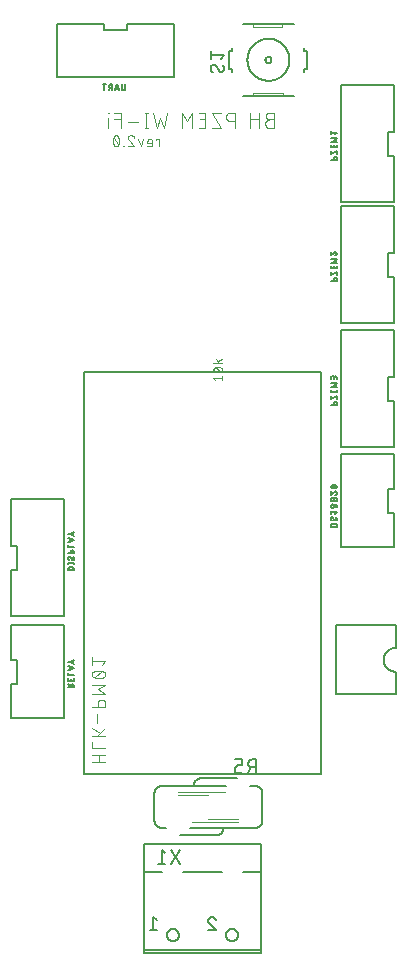
<source format=gbr>
G04 EAGLE Gerber RS-274X export*
G75*
%MOMM*%
%FSLAX34Y34*%
%LPD*%
%INSilkscreen Bottom*%
%IPPOS*%
%AMOC8*
5,1,8,0,0,1.08239X$1,22.5*%
G01*
%ADD10C,0.076200*%
%ADD11C,0.101600*%
%ADD12C,0.152400*%
%ADD13C,0.203200*%
%ADD14C,0.127000*%
%ADD15C,0.050800*%


D10*
X136296Y668401D02*
X136296Y674666D01*
X133163Y674666D01*
X133163Y673622D01*
X128685Y668401D02*
X126074Y668401D01*
X128685Y668401D02*
X128762Y668403D01*
X128838Y668409D01*
X128915Y668418D01*
X128991Y668431D01*
X129066Y668448D01*
X129140Y668468D01*
X129213Y668493D01*
X129284Y668520D01*
X129355Y668551D01*
X129423Y668586D01*
X129490Y668624D01*
X129555Y668665D01*
X129618Y668709D01*
X129678Y668756D01*
X129737Y668807D01*
X129792Y668860D01*
X129845Y668915D01*
X129896Y668974D01*
X129943Y669034D01*
X129987Y669097D01*
X130028Y669162D01*
X130066Y669229D01*
X130101Y669297D01*
X130132Y669368D01*
X130159Y669439D01*
X130184Y669512D01*
X130204Y669586D01*
X130221Y669661D01*
X130234Y669737D01*
X130243Y669814D01*
X130249Y669890D01*
X130251Y669967D01*
X130251Y672578D01*
X130249Y672668D01*
X130243Y672757D01*
X130234Y672847D01*
X130220Y672936D01*
X130203Y673024D01*
X130182Y673111D01*
X130157Y673198D01*
X130128Y673283D01*
X130096Y673367D01*
X130061Y673449D01*
X130021Y673530D01*
X129979Y673609D01*
X129933Y673686D01*
X129883Y673761D01*
X129831Y673834D01*
X129775Y673905D01*
X129717Y673973D01*
X129655Y674038D01*
X129591Y674101D01*
X129524Y674161D01*
X129455Y674218D01*
X129383Y674272D01*
X129309Y674323D01*
X129233Y674371D01*
X129155Y674415D01*
X129075Y674456D01*
X128993Y674494D01*
X128910Y674528D01*
X128825Y674558D01*
X128739Y674585D01*
X128653Y674608D01*
X128565Y674627D01*
X128476Y674642D01*
X128387Y674654D01*
X128298Y674662D01*
X128208Y674666D01*
X128118Y674666D01*
X128028Y674662D01*
X127939Y674654D01*
X127850Y674642D01*
X127761Y674627D01*
X127673Y674608D01*
X127587Y674585D01*
X127501Y674558D01*
X127416Y674528D01*
X127333Y674494D01*
X127251Y674456D01*
X127171Y674415D01*
X127093Y674371D01*
X127017Y674323D01*
X126943Y674272D01*
X126871Y674218D01*
X126802Y674161D01*
X126735Y674101D01*
X126671Y674038D01*
X126609Y673973D01*
X126551Y673905D01*
X126495Y673834D01*
X126443Y673761D01*
X126393Y673686D01*
X126347Y673609D01*
X126305Y673530D01*
X126265Y673449D01*
X126230Y673367D01*
X126198Y673283D01*
X126169Y673198D01*
X126144Y673111D01*
X126123Y673024D01*
X126106Y672936D01*
X126092Y672847D01*
X126083Y672757D01*
X126077Y672668D01*
X126075Y672578D01*
X126074Y672578D02*
X126074Y671534D01*
X130251Y671534D01*
X122631Y674666D02*
X120543Y668401D01*
X118454Y674666D01*
X112052Y677800D02*
X111957Y677798D01*
X111863Y677792D01*
X111769Y677783D01*
X111675Y677770D01*
X111582Y677753D01*
X111490Y677732D01*
X111398Y677707D01*
X111308Y677679D01*
X111219Y677647D01*
X111131Y677612D01*
X111045Y677573D01*
X110960Y677531D01*
X110877Y677485D01*
X110796Y677436D01*
X110717Y677384D01*
X110640Y677329D01*
X110566Y677270D01*
X110494Y677209D01*
X110424Y677145D01*
X110357Y677078D01*
X110293Y677008D01*
X110232Y676936D01*
X110173Y676862D01*
X110118Y676785D01*
X110066Y676706D01*
X110017Y676625D01*
X109971Y676542D01*
X109929Y676457D01*
X109890Y676371D01*
X109855Y676283D01*
X109823Y676194D01*
X109795Y676104D01*
X109770Y676012D01*
X109749Y675920D01*
X109732Y675827D01*
X109719Y675733D01*
X109710Y675639D01*
X109704Y675545D01*
X109702Y675450D01*
X112052Y677799D02*
X112160Y677797D01*
X112269Y677791D01*
X112377Y677781D01*
X112484Y677768D01*
X112591Y677750D01*
X112698Y677729D01*
X112803Y677704D01*
X112908Y677675D01*
X113011Y677643D01*
X113113Y677606D01*
X113214Y677566D01*
X113313Y677523D01*
X113411Y677476D01*
X113507Y677425D01*
X113601Y677371D01*
X113693Y677314D01*
X113783Y677253D01*
X113871Y677189D01*
X113956Y677123D01*
X114039Y677053D01*
X114119Y676980D01*
X114197Y676904D01*
X114272Y676826D01*
X114344Y676745D01*
X114413Y676661D01*
X114479Y676575D01*
X114542Y676487D01*
X114601Y676396D01*
X114658Y676304D01*
X114711Y676209D01*
X114760Y676112D01*
X114806Y676014D01*
X114849Y675915D01*
X114888Y675813D01*
X114923Y675711D01*
X110485Y673622D02*
X110416Y673691D01*
X110350Y673762D01*
X110286Y673835D01*
X110225Y673911D01*
X110167Y673990D01*
X110113Y674070D01*
X110061Y674153D01*
X110013Y674237D01*
X109967Y674323D01*
X109926Y674411D01*
X109887Y674501D01*
X109852Y674592D01*
X109821Y674684D01*
X109793Y674777D01*
X109769Y674871D01*
X109749Y674966D01*
X109732Y675062D01*
X109719Y675159D01*
X109710Y675256D01*
X109704Y675353D01*
X109702Y675450D01*
X110486Y673622D02*
X114924Y668401D01*
X109703Y668401D01*
X106173Y668401D02*
X106173Y668923D01*
X105651Y668923D01*
X105651Y668401D01*
X106173Y668401D01*
X102122Y673100D02*
X102120Y673285D01*
X102113Y673470D01*
X102102Y673654D01*
X102087Y673838D01*
X102067Y674022D01*
X102043Y674206D01*
X102014Y674388D01*
X101981Y674570D01*
X101944Y674751D01*
X101902Y674931D01*
X101856Y675111D01*
X101806Y675289D01*
X101752Y675465D01*
X101693Y675641D01*
X101631Y675815D01*
X101564Y675987D01*
X101493Y676158D01*
X101418Y676327D01*
X101339Y676494D01*
X101340Y676494D02*
X101310Y676574D01*
X101277Y676653D01*
X101240Y676730D01*
X101200Y676806D01*
X101157Y676880D01*
X101111Y676952D01*
X101061Y677021D01*
X101009Y677089D01*
X100953Y677154D01*
X100895Y677217D01*
X100833Y677276D01*
X100770Y677334D01*
X100703Y677388D01*
X100635Y677439D01*
X100564Y677487D01*
X100491Y677532D01*
X100417Y677574D01*
X100340Y677612D01*
X100262Y677647D01*
X100183Y677679D01*
X100102Y677707D01*
X100020Y677731D01*
X99936Y677752D01*
X99853Y677769D01*
X99768Y677782D01*
X99683Y677791D01*
X99598Y677797D01*
X99512Y677799D01*
X99426Y677797D01*
X99341Y677791D01*
X99256Y677782D01*
X99171Y677769D01*
X99088Y677752D01*
X99004Y677731D01*
X98922Y677707D01*
X98842Y677679D01*
X98762Y677647D01*
X98684Y677612D01*
X98607Y677574D01*
X98533Y677532D01*
X98460Y677487D01*
X98389Y677439D01*
X98321Y677388D01*
X98254Y677334D01*
X98191Y677276D01*
X98130Y677217D01*
X98071Y677154D01*
X98016Y677089D01*
X97963Y677021D01*
X97913Y676952D01*
X97867Y676880D01*
X97824Y676806D01*
X97784Y676730D01*
X97747Y676653D01*
X97714Y676574D01*
X97684Y676494D01*
X97605Y676327D01*
X97530Y676158D01*
X97459Y675987D01*
X97392Y675815D01*
X97330Y675641D01*
X97271Y675465D01*
X97217Y675289D01*
X97167Y675111D01*
X97121Y674931D01*
X97079Y674751D01*
X97042Y674570D01*
X97009Y674388D01*
X96980Y674206D01*
X96956Y674022D01*
X96936Y673838D01*
X96921Y673654D01*
X96910Y673470D01*
X96903Y673285D01*
X96901Y673100D01*
X102122Y673100D02*
X102120Y672915D01*
X102113Y672730D01*
X102102Y672546D01*
X102087Y672362D01*
X102067Y672178D01*
X102043Y671994D01*
X102014Y671812D01*
X101981Y671630D01*
X101944Y671449D01*
X101902Y671269D01*
X101856Y671089D01*
X101806Y670911D01*
X101752Y670735D01*
X101693Y670559D01*
X101631Y670385D01*
X101564Y670213D01*
X101493Y670042D01*
X101418Y669873D01*
X101339Y669706D01*
X101340Y669706D02*
X101310Y669626D01*
X101277Y669547D01*
X101240Y669470D01*
X101200Y669394D01*
X101157Y669320D01*
X101111Y669248D01*
X101061Y669179D01*
X101008Y669111D01*
X100953Y669046D01*
X100894Y668983D01*
X100833Y668924D01*
X100770Y668866D01*
X100703Y668812D01*
X100635Y668761D01*
X100564Y668713D01*
X100491Y668668D01*
X100417Y668626D01*
X100340Y668588D01*
X100262Y668553D01*
X100183Y668521D01*
X100102Y668493D01*
X100020Y668469D01*
X99936Y668448D01*
X99853Y668431D01*
X99768Y668418D01*
X99683Y668409D01*
X99598Y668403D01*
X99512Y668401D01*
X97684Y669706D02*
X97605Y669873D01*
X97530Y670042D01*
X97459Y670213D01*
X97392Y670385D01*
X97330Y670559D01*
X97271Y670735D01*
X97217Y670911D01*
X97167Y671089D01*
X97121Y671269D01*
X97079Y671449D01*
X97042Y671630D01*
X97009Y671812D01*
X96980Y671994D01*
X96956Y672178D01*
X96936Y672362D01*
X96921Y672546D01*
X96910Y672730D01*
X96903Y672915D01*
X96901Y673100D01*
X97684Y669706D02*
X97714Y669626D01*
X97747Y669547D01*
X97784Y669470D01*
X97824Y669394D01*
X97867Y669320D01*
X97913Y669248D01*
X97963Y669179D01*
X98016Y669111D01*
X98071Y669046D01*
X98130Y668983D01*
X98191Y668924D01*
X98254Y668866D01*
X98321Y668812D01*
X98389Y668761D01*
X98460Y668713D01*
X98533Y668668D01*
X98607Y668626D01*
X98684Y668588D01*
X98762Y668553D01*
X98842Y668521D01*
X98922Y668493D01*
X99004Y668469D01*
X99088Y668448D01*
X99171Y668431D01*
X99256Y668418D01*
X99341Y668409D01*
X99426Y668403D01*
X99512Y668401D01*
X101600Y670489D02*
X97423Y675711D01*
D11*
X229503Y691106D02*
X233172Y691106D01*
X229503Y691106D02*
X229383Y691104D01*
X229263Y691098D01*
X229143Y691088D01*
X229024Y691075D01*
X228905Y691057D01*
X228787Y691036D01*
X228670Y691010D01*
X228553Y690981D01*
X228438Y690948D01*
X228324Y690911D01*
X228211Y690871D01*
X228099Y690827D01*
X227989Y690779D01*
X227880Y690728D01*
X227773Y690673D01*
X227669Y690614D01*
X227566Y690553D01*
X227465Y690488D01*
X227366Y690419D01*
X227269Y690348D01*
X227175Y690273D01*
X227084Y690196D01*
X226995Y690115D01*
X226909Y690031D01*
X226825Y689945D01*
X226744Y689856D01*
X226667Y689765D01*
X226592Y689671D01*
X226521Y689574D01*
X226452Y689475D01*
X226387Y689374D01*
X226326Y689272D01*
X226267Y689167D01*
X226212Y689060D01*
X226161Y688951D01*
X226113Y688841D01*
X226069Y688729D01*
X226029Y688616D01*
X225992Y688502D01*
X225959Y688387D01*
X225930Y688270D01*
X225904Y688153D01*
X225883Y688035D01*
X225865Y687916D01*
X225852Y687797D01*
X225842Y687677D01*
X225836Y687557D01*
X225834Y687437D01*
X225836Y687317D01*
X225842Y687197D01*
X225852Y687077D01*
X225865Y686958D01*
X225883Y686839D01*
X225904Y686721D01*
X225930Y686604D01*
X225959Y686487D01*
X225992Y686372D01*
X226029Y686258D01*
X226069Y686145D01*
X226113Y686033D01*
X226161Y685923D01*
X226212Y685814D01*
X226267Y685707D01*
X226326Y685603D01*
X226387Y685500D01*
X226452Y685399D01*
X226521Y685300D01*
X226592Y685203D01*
X226667Y685109D01*
X226744Y685018D01*
X226825Y684929D01*
X226909Y684843D01*
X226995Y684759D01*
X227084Y684678D01*
X227175Y684601D01*
X227269Y684526D01*
X227366Y684455D01*
X227465Y684386D01*
X227566Y684321D01*
X227669Y684260D01*
X227773Y684201D01*
X227880Y684146D01*
X227989Y684095D01*
X228099Y684047D01*
X228211Y684003D01*
X228324Y683963D01*
X228438Y683926D01*
X228553Y683893D01*
X228670Y683864D01*
X228787Y683838D01*
X228905Y683817D01*
X229024Y683799D01*
X229143Y683786D01*
X229263Y683776D01*
X229383Y683770D01*
X229503Y683768D01*
X233172Y683768D01*
X233172Y696976D01*
X229503Y696976D01*
X229396Y696974D01*
X229289Y696968D01*
X229182Y696958D01*
X229076Y696945D01*
X228970Y696927D01*
X228865Y696906D01*
X228761Y696881D01*
X228657Y696852D01*
X228555Y696819D01*
X228455Y696782D01*
X228355Y696742D01*
X228257Y696698D01*
X228161Y696651D01*
X228067Y696600D01*
X227974Y696546D01*
X227884Y696489D01*
X227795Y696428D01*
X227709Y696364D01*
X227626Y696297D01*
X227544Y696227D01*
X227466Y696154D01*
X227390Y696078D01*
X227317Y696000D01*
X227247Y695918D01*
X227180Y695835D01*
X227116Y695749D01*
X227055Y695660D01*
X226998Y695570D01*
X226944Y695477D01*
X226893Y695383D01*
X226846Y695287D01*
X226802Y695189D01*
X226762Y695089D01*
X226725Y694989D01*
X226692Y694887D01*
X226663Y694783D01*
X226638Y694679D01*
X226617Y694574D01*
X226599Y694468D01*
X226586Y694362D01*
X226576Y694255D01*
X226570Y694148D01*
X226568Y694041D01*
X226570Y693934D01*
X226576Y693827D01*
X226586Y693720D01*
X226599Y693614D01*
X226617Y693508D01*
X226638Y693403D01*
X226663Y693299D01*
X226692Y693195D01*
X226725Y693093D01*
X226762Y692993D01*
X226802Y692893D01*
X226846Y692795D01*
X226893Y692699D01*
X226944Y692605D01*
X226998Y692512D01*
X227055Y692422D01*
X227116Y692333D01*
X227180Y692247D01*
X227247Y692164D01*
X227317Y692082D01*
X227390Y692004D01*
X227466Y691928D01*
X227544Y691855D01*
X227626Y691785D01*
X227709Y691718D01*
X227795Y691654D01*
X227884Y691593D01*
X227974Y691536D01*
X228067Y691482D01*
X228161Y691431D01*
X228257Y691384D01*
X228355Y691340D01*
X228455Y691300D01*
X228555Y691263D01*
X228657Y691230D01*
X228761Y691201D01*
X228865Y691176D01*
X228970Y691155D01*
X229076Y691137D01*
X229182Y691124D01*
X229289Y691114D01*
X229396Y691108D01*
X229503Y691106D01*
X220550Y696976D02*
X220550Y683768D01*
X220550Y691106D02*
X213212Y691106D01*
X213212Y696976D02*
X213212Y683768D01*
X199888Y683768D02*
X199888Y696976D01*
X196219Y696976D01*
X196099Y696974D01*
X195979Y696968D01*
X195859Y696958D01*
X195740Y696945D01*
X195621Y696927D01*
X195503Y696906D01*
X195386Y696880D01*
X195269Y696851D01*
X195154Y696818D01*
X195040Y696781D01*
X194927Y696741D01*
X194815Y696697D01*
X194705Y696649D01*
X194596Y696598D01*
X194489Y696543D01*
X194385Y696484D01*
X194282Y696423D01*
X194181Y696358D01*
X194082Y696289D01*
X193985Y696218D01*
X193891Y696143D01*
X193800Y696066D01*
X193711Y695985D01*
X193625Y695901D01*
X193541Y695815D01*
X193460Y695726D01*
X193383Y695635D01*
X193308Y695541D01*
X193237Y695444D01*
X193168Y695345D01*
X193103Y695244D01*
X193042Y695142D01*
X192983Y695037D01*
X192928Y694930D01*
X192877Y694821D01*
X192829Y694711D01*
X192785Y694599D01*
X192745Y694486D01*
X192708Y694372D01*
X192675Y694257D01*
X192646Y694140D01*
X192620Y694023D01*
X192599Y693905D01*
X192581Y693786D01*
X192568Y693667D01*
X192558Y693547D01*
X192552Y693427D01*
X192550Y693307D01*
X192552Y693187D01*
X192558Y693067D01*
X192568Y692947D01*
X192581Y692828D01*
X192599Y692709D01*
X192620Y692591D01*
X192646Y692474D01*
X192675Y692357D01*
X192708Y692242D01*
X192745Y692128D01*
X192785Y692015D01*
X192829Y691903D01*
X192877Y691793D01*
X192928Y691684D01*
X192983Y691577D01*
X193042Y691473D01*
X193103Y691370D01*
X193168Y691269D01*
X193237Y691170D01*
X193308Y691073D01*
X193383Y690979D01*
X193460Y690888D01*
X193541Y690799D01*
X193625Y690713D01*
X193711Y690629D01*
X193800Y690548D01*
X193891Y690471D01*
X193985Y690396D01*
X194082Y690325D01*
X194181Y690256D01*
X194282Y690191D01*
X194385Y690130D01*
X194489Y690071D01*
X194596Y690016D01*
X194705Y689965D01*
X194815Y689917D01*
X194927Y689873D01*
X195040Y689833D01*
X195154Y689796D01*
X195269Y689763D01*
X195386Y689734D01*
X195503Y689708D01*
X195621Y689687D01*
X195740Y689669D01*
X195859Y689656D01*
X195979Y689646D01*
X196099Y689640D01*
X196219Y689638D01*
X199888Y689638D01*
X188119Y696976D02*
X180782Y696976D01*
X188119Y683768D01*
X180782Y683768D01*
X175294Y683768D02*
X169424Y683768D01*
X175294Y683768D02*
X175294Y696976D01*
X169424Y696976D01*
X170891Y691106D02*
X175294Y691106D01*
X164103Y696976D02*
X164103Y683768D01*
X159701Y689638D02*
X164103Y696976D01*
X159701Y689638D02*
X155298Y696976D01*
X155298Y683768D01*
X140020Y683768D02*
X142955Y696976D01*
X137085Y692573D02*
X140020Y683768D01*
X134149Y683768D02*
X137085Y692573D01*
X131214Y696976D02*
X134149Y683768D01*
X125136Y683768D02*
X125136Y696976D01*
X126604Y683768D02*
X123669Y683768D01*
X123669Y696976D02*
X126604Y696976D01*
X118444Y688904D02*
X109639Y688904D01*
X103605Y683768D02*
X103605Y696976D01*
X97735Y696976D01*
X97735Y691106D02*
X103605Y691106D01*
X93132Y692573D02*
X93132Y683768D01*
X93499Y696242D02*
X93499Y696976D01*
X92766Y696976D01*
X92766Y696242D01*
X93499Y696242D01*
D12*
X285498Y262890D02*
X336298Y262890D01*
X336298Y204470D02*
X285498Y204470D01*
X285498Y262890D01*
X336298Y262890D02*
X336298Y243840D01*
X336298Y223520D02*
X336298Y204470D01*
X336298Y223520D02*
X336051Y223523D01*
X335803Y223532D01*
X335556Y223547D01*
X335310Y223568D01*
X335064Y223595D01*
X334819Y223628D01*
X334574Y223667D01*
X334331Y223712D01*
X334089Y223763D01*
X333848Y223820D01*
X333609Y223882D01*
X333371Y223951D01*
X333135Y224025D01*
X332901Y224105D01*
X332669Y224190D01*
X332439Y224282D01*
X332211Y224378D01*
X331986Y224481D01*
X331763Y224588D01*
X331543Y224702D01*
X331326Y224820D01*
X331111Y224944D01*
X330900Y225073D01*
X330692Y225207D01*
X330487Y225346D01*
X330286Y225490D01*
X330088Y225638D01*
X329894Y225792D01*
X329704Y225950D01*
X329518Y226113D01*
X329336Y226280D01*
X329158Y226452D01*
X328984Y226628D01*
X328814Y226808D01*
X328649Y226993D01*
X328489Y227181D01*
X328333Y227373D01*
X328181Y227569D01*
X328035Y227768D01*
X327893Y227971D01*
X327757Y228178D01*
X327625Y228387D01*
X327499Y228600D01*
X327378Y228816D01*
X327262Y229034D01*
X327152Y229256D01*
X327047Y229480D01*
X326947Y229706D01*
X326853Y229935D01*
X326765Y230166D01*
X326682Y230400D01*
X326605Y230635D01*
X326534Y230872D01*
X326468Y231110D01*
X326409Y231350D01*
X326355Y231592D01*
X326307Y231835D01*
X326265Y232078D01*
X326229Y232323D01*
X326199Y232569D01*
X326175Y232815D01*
X326157Y233062D01*
X326145Y233309D01*
X326139Y233556D01*
X326139Y233804D01*
X326145Y234051D01*
X326157Y234298D01*
X326175Y234545D01*
X326199Y234791D01*
X326229Y235037D01*
X326265Y235282D01*
X326307Y235525D01*
X326355Y235768D01*
X326409Y236010D01*
X326468Y236250D01*
X326534Y236488D01*
X326605Y236725D01*
X326682Y236960D01*
X326765Y237194D01*
X326853Y237425D01*
X326947Y237654D01*
X327047Y237880D01*
X327152Y238104D01*
X327262Y238326D01*
X327378Y238544D01*
X327499Y238760D01*
X327625Y238973D01*
X327757Y239182D01*
X327893Y239389D01*
X328035Y239592D01*
X328181Y239791D01*
X328333Y239987D01*
X328489Y240179D01*
X328649Y240367D01*
X328814Y240552D01*
X328984Y240732D01*
X329158Y240908D01*
X329336Y241080D01*
X329518Y241247D01*
X329704Y241410D01*
X329894Y241568D01*
X330088Y241722D01*
X330286Y241870D01*
X330487Y242014D01*
X330692Y242153D01*
X330900Y242287D01*
X331111Y242416D01*
X331326Y242540D01*
X331543Y242658D01*
X331763Y242772D01*
X331986Y242879D01*
X332211Y242982D01*
X332439Y243078D01*
X332669Y243170D01*
X332901Y243255D01*
X333135Y243335D01*
X333371Y243409D01*
X333609Y243478D01*
X333848Y243540D01*
X334089Y243597D01*
X334331Y243648D01*
X334574Y243693D01*
X334819Y243732D01*
X335064Y243765D01*
X335310Y243792D01*
X335556Y243813D01*
X335803Y243828D01*
X336051Y243837D01*
X336298Y243840D01*
D13*
X334920Y720060D02*
X289920Y720060D01*
X289920Y621060D01*
X334920Y621060D02*
X334920Y660560D01*
X334920Y680560D02*
X334920Y720060D01*
X329920Y680560D02*
X329920Y660560D01*
X334920Y660560D01*
X334920Y680560D02*
X329920Y680560D01*
X334920Y621060D02*
X289920Y621060D01*
D14*
X286385Y657058D02*
X281559Y657058D01*
X286385Y657058D02*
X286385Y658398D01*
X286383Y658469D01*
X286377Y658541D01*
X286368Y658611D01*
X286355Y658681D01*
X286338Y658751D01*
X286317Y658819D01*
X286293Y658886D01*
X286265Y658952D01*
X286234Y659016D01*
X286199Y659079D01*
X286161Y659139D01*
X286120Y659198D01*
X286076Y659254D01*
X286029Y659308D01*
X285980Y659359D01*
X285927Y659407D01*
X285872Y659453D01*
X285815Y659495D01*
X285755Y659535D01*
X285694Y659571D01*
X285630Y659604D01*
X285565Y659633D01*
X285499Y659659D01*
X285431Y659682D01*
X285362Y659701D01*
X285292Y659716D01*
X285222Y659727D01*
X285151Y659735D01*
X285080Y659739D01*
X285008Y659739D01*
X284937Y659735D01*
X284866Y659727D01*
X284796Y659716D01*
X284726Y659701D01*
X284657Y659682D01*
X284589Y659659D01*
X284523Y659633D01*
X284458Y659604D01*
X284394Y659571D01*
X284333Y659535D01*
X284273Y659495D01*
X284216Y659453D01*
X284161Y659407D01*
X284108Y659359D01*
X284059Y659308D01*
X284012Y659254D01*
X283968Y659198D01*
X283927Y659139D01*
X283889Y659079D01*
X283854Y659016D01*
X283823Y658952D01*
X283795Y658886D01*
X283771Y658819D01*
X283750Y658751D01*
X283733Y658681D01*
X283720Y658611D01*
X283711Y658541D01*
X283705Y658469D01*
X283703Y658398D01*
X283704Y658398D02*
X283704Y657058D01*
X286385Y662032D02*
X286385Y664713D01*
X281559Y662032D01*
X281559Y664713D01*
X281559Y667538D02*
X281559Y669683D01*
X281559Y667538D02*
X286385Y667538D01*
X286385Y669683D01*
X284240Y669146D02*
X284240Y667538D01*
X286385Y672371D02*
X281559Y672371D01*
X283704Y673979D02*
X286385Y672371D01*
X283704Y673979D02*
X286385Y675588D01*
X281559Y675588D01*
X285313Y678674D02*
X286385Y680014D01*
X281559Y680014D01*
X281559Y678674D02*
X281559Y681355D01*
D13*
X289920Y617560D02*
X334920Y617560D01*
X289920Y617560D02*
X289920Y518560D01*
X334920Y518560D02*
X334920Y558060D01*
X334920Y578060D02*
X334920Y617560D01*
X329920Y578060D02*
X329920Y558060D01*
X334920Y558060D01*
X334920Y578060D02*
X329920Y578060D01*
X334920Y518560D02*
X289920Y518560D01*
D14*
X286385Y554558D02*
X281559Y554558D01*
X286385Y554558D02*
X286385Y555898D01*
X286383Y555969D01*
X286377Y556041D01*
X286368Y556111D01*
X286355Y556181D01*
X286338Y556251D01*
X286317Y556319D01*
X286293Y556386D01*
X286265Y556452D01*
X286234Y556516D01*
X286199Y556579D01*
X286161Y556639D01*
X286120Y556698D01*
X286076Y556754D01*
X286029Y556808D01*
X285980Y556859D01*
X285927Y556907D01*
X285872Y556953D01*
X285815Y556995D01*
X285755Y557035D01*
X285694Y557071D01*
X285630Y557104D01*
X285565Y557133D01*
X285499Y557159D01*
X285431Y557182D01*
X285362Y557201D01*
X285292Y557216D01*
X285222Y557227D01*
X285151Y557235D01*
X285080Y557239D01*
X285008Y557239D01*
X284937Y557235D01*
X284866Y557227D01*
X284796Y557216D01*
X284726Y557201D01*
X284657Y557182D01*
X284589Y557159D01*
X284523Y557133D01*
X284458Y557104D01*
X284394Y557071D01*
X284333Y557035D01*
X284273Y556995D01*
X284216Y556953D01*
X284161Y556907D01*
X284108Y556859D01*
X284059Y556808D01*
X284012Y556754D01*
X283968Y556698D01*
X283927Y556639D01*
X283889Y556579D01*
X283854Y556516D01*
X283823Y556452D01*
X283795Y556386D01*
X283771Y556319D01*
X283750Y556251D01*
X283733Y556181D01*
X283720Y556111D01*
X283711Y556041D01*
X283705Y555969D01*
X283703Y555898D01*
X283704Y555898D02*
X283704Y554558D01*
X286385Y559532D02*
X286385Y562213D01*
X281559Y559532D01*
X281559Y562213D01*
X281559Y565038D02*
X281559Y567183D01*
X281559Y565038D02*
X286385Y565038D01*
X286385Y567183D01*
X284240Y566646D02*
X284240Y565038D01*
X286385Y569871D02*
X281559Y569871D01*
X283704Y571479D02*
X286385Y569871D01*
X283704Y571479D02*
X286385Y573088D01*
X281559Y573088D01*
X286385Y577648D02*
X286383Y577716D01*
X286377Y577783D01*
X286368Y577850D01*
X286355Y577917D01*
X286338Y577982D01*
X286317Y578047D01*
X286293Y578110D01*
X286265Y578172D01*
X286234Y578232D01*
X286200Y578290D01*
X286162Y578346D01*
X286122Y578401D01*
X286078Y578452D01*
X286031Y578501D01*
X285982Y578548D01*
X285931Y578592D01*
X285876Y578632D01*
X285820Y578670D01*
X285762Y578704D01*
X285702Y578735D01*
X285640Y578763D01*
X285577Y578787D01*
X285512Y578808D01*
X285447Y578825D01*
X285380Y578838D01*
X285313Y578847D01*
X285246Y578853D01*
X285178Y578855D01*
X286385Y577648D02*
X286383Y577570D01*
X286377Y577492D01*
X286367Y577415D01*
X286354Y577338D01*
X286336Y577262D01*
X286315Y577187D01*
X286290Y577113D01*
X286261Y577041D01*
X286229Y576970D01*
X286193Y576901D01*
X286154Y576833D01*
X286111Y576768D01*
X286065Y576705D01*
X286016Y576644D01*
X285964Y576586D01*
X285909Y576531D01*
X285852Y576478D01*
X285792Y576429D01*
X285729Y576382D01*
X285664Y576339D01*
X285598Y576299D01*
X285529Y576262D01*
X285458Y576229D01*
X285386Y576199D01*
X285313Y576173D01*
X284240Y578453D02*
X284289Y578502D01*
X284341Y578549D01*
X284396Y578592D01*
X284453Y578633D01*
X284512Y578671D01*
X284573Y578705D01*
X284636Y578736D01*
X284700Y578764D01*
X284766Y578788D01*
X284832Y578808D01*
X284900Y578825D01*
X284969Y578838D01*
X285038Y578847D01*
X285108Y578853D01*
X285178Y578855D01*
X284240Y578453D02*
X281559Y576174D01*
X281559Y578855D01*
D13*
X289920Y512520D02*
X334920Y512520D01*
X289920Y512520D02*
X289920Y413520D01*
X334920Y413520D02*
X334920Y453020D01*
X334920Y473020D02*
X334920Y512520D01*
X329920Y473020D02*
X329920Y453020D01*
X334920Y453020D01*
X334920Y473020D02*
X329920Y473020D01*
X334920Y413520D02*
X289920Y413520D01*
D14*
X286385Y449518D02*
X281559Y449518D01*
X286385Y449518D02*
X286385Y450858D01*
X286383Y450929D01*
X286377Y451001D01*
X286368Y451071D01*
X286355Y451141D01*
X286338Y451211D01*
X286317Y451279D01*
X286293Y451346D01*
X286265Y451412D01*
X286234Y451476D01*
X286199Y451539D01*
X286161Y451599D01*
X286120Y451658D01*
X286076Y451714D01*
X286029Y451768D01*
X285980Y451819D01*
X285927Y451867D01*
X285872Y451913D01*
X285815Y451955D01*
X285755Y451995D01*
X285694Y452031D01*
X285630Y452064D01*
X285565Y452093D01*
X285499Y452119D01*
X285431Y452142D01*
X285362Y452161D01*
X285292Y452176D01*
X285222Y452187D01*
X285151Y452195D01*
X285080Y452199D01*
X285008Y452199D01*
X284937Y452195D01*
X284866Y452187D01*
X284796Y452176D01*
X284726Y452161D01*
X284657Y452142D01*
X284589Y452119D01*
X284523Y452093D01*
X284458Y452064D01*
X284394Y452031D01*
X284333Y451995D01*
X284273Y451955D01*
X284216Y451913D01*
X284161Y451867D01*
X284108Y451819D01*
X284059Y451768D01*
X284012Y451714D01*
X283968Y451658D01*
X283927Y451599D01*
X283889Y451539D01*
X283854Y451476D01*
X283823Y451412D01*
X283795Y451346D01*
X283771Y451279D01*
X283750Y451211D01*
X283733Y451141D01*
X283720Y451071D01*
X283711Y451001D01*
X283705Y450929D01*
X283703Y450858D01*
X283704Y450858D02*
X283704Y449518D01*
X286385Y454492D02*
X286385Y457173D01*
X281559Y454492D01*
X281559Y457173D01*
X281559Y459998D02*
X281559Y462143D01*
X281559Y459998D02*
X286385Y459998D01*
X286385Y462143D01*
X284240Y461606D02*
X284240Y459998D01*
X286385Y464831D02*
X281559Y464831D01*
X283704Y466439D02*
X286385Y464831D01*
X283704Y466439D02*
X286385Y468048D01*
X281559Y468048D01*
X281559Y471134D02*
X281559Y472474D01*
X281561Y472545D01*
X281567Y472617D01*
X281576Y472687D01*
X281589Y472757D01*
X281606Y472827D01*
X281627Y472895D01*
X281651Y472962D01*
X281679Y473028D01*
X281710Y473092D01*
X281745Y473155D01*
X281783Y473215D01*
X281824Y473274D01*
X281868Y473330D01*
X281915Y473384D01*
X281964Y473435D01*
X282017Y473483D01*
X282072Y473529D01*
X282129Y473571D01*
X282189Y473611D01*
X282250Y473647D01*
X282314Y473680D01*
X282379Y473709D01*
X282445Y473735D01*
X282513Y473758D01*
X282582Y473777D01*
X282652Y473792D01*
X282722Y473803D01*
X282793Y473811D01*
X282864Y473815D01*
X282936Y473815D01*
X283007Y473811D01*
X283078Y473803D01*
X283148Y473792D01*
X283218Y473777D01*
X283287Y473758D01*
X283355Y473735D01*
X283421Y473709D01*
X283486Y473680D01*
X283550Y473647D01*
X283611Y473611D01*
X283671Y473571D01*
X283728Y473529D01*
X283783Y473483D01*
X283836Y473435D01*
X283885Y473384D01*
X283932Y473330D01*
X283976Y473274D01*
X284017Y473215D01*
X284055Y473155D01*
X284090Y473092D01*
X284121Y473028D01*
X284149Y472962D01*
X284173Y472895D01*
X284194Y472827D01*
X284211Y472757D01*
X284224Y472687D01*
X284233Y472617D01*
X284239Y472545D01*
X284241Y472474D01*
X286385Y472743D02*
X286385Y471134D01*
X286385Y472743D02*
X286383Y472808D01*
X286377Y472872D01*
X286367Y472936D01*
X286354Y473000D01*
X286336Y473062D01*
X286315Y473123D01*
X286291Y473183D01*
X286262Y473241D01*
X286230Y473298D01*
X286195Y473352D01*
X286157Y473404D01*
X286115Y473454D01*
X286071Y473501D01*
X286024Y473545D01*
X285974Y473587D01*
X285922Y473625D01*
X285868Y473660D01*
X285811Y473692D01*
X285753Y473721D01*
X285693Y473745D01*
X285632Y473766D01*
X285570Y473784D01*
X285506Y473797D01*
X285442Y473807D01*
X285378Y473813D01*
X285313Y473815D01*
X285248Y473813D01*
X285184Y473807D01*
X285120Y473797D01*
X285056Y473784D01*
X284994Y473766D01*
X284933Y473745D01*
X284873Y473721D01*
X284815Y473692D01*
X284758Y473660D01*
X284704Y473625D01*
X284652Y473587D01*
X284602Y473545D01*
X284555Y473501D01*
X284511Y473454D01*
X284469Y473404D01*
X284431Y473352D01*
X284396Y473298D01*
X284364Y473241D01*
X284335Y473183D01*
X284311Y473123D01*
X284290Y473062D01*
X284272Y473000D01*
X284259Y472936D01*
X284249Y472872D01*
X284243Y472808D01*
X284241Y472743D01*
X284240Y472743D02*
X284240Y471670D01*
X272720Y137340D02*
X172720Y137340D01*
X272720Y137340D02*
X272720Y477340D01*
X72720Y477340D01*
X72720Y137340D01*
X172720Y137340D01*
D11*
X90562Y146756D02*
X78878Y146756D01*
X85369Y146756D02*
X85369Y153247D01*
X90562Y153247D02*
X78878Y153247D01*
X78878Y158971D02*
X90562Y158971D01*
X78878Y158971D02*
X78878Y164163D01*
X78878Y169023D02*
X90562Y169023D01*
X90562Y175514D02*
X83422Y169023D01*
X86018Y171620D02*
X78878Y175514D01*
X83422Y180016D02*
X83422Y187805D01*
X78878Y193407D02*
X90562Y193407D01*
X90562Y196653D01*
X90560Y196766D01*
X90554Y196879D01*
X90544Y196992D01*
X90530Y197105D01*
X90513Y197217D01*
X90491Y197328D01*
X90466Y197438D01*
X90436Y197548D01*
X90403Y197656D01*
X90366Y197763D01*
X90326Y197869D01*
X90281Y197973D01*
X90233Y198076D01*
X90182Y198177D01*
X90127Y198276D01*
X90069Y198373D01*
X90007Y198468D01*
X89942Y198561D01*
X89874Y198651D01*
X89803Y198739D01*
X89728Y198825D01*
X89651Y198908D01*
X89571Y198988D01*
X89488Y199065D01*
X89402Y199140D01*
X89314Y199211D01*
X89224Y199279D01*
X89131Y199344D01*
X89036Y199406D01*
X88939Y199464D01*
X88840Y199519D01*
X88739Y199570D01*
X88636Y199618D01*
X88532Y199663D01*
X88426Y199703D01*
X88319Y199740D01*
X88211Y199773D01*
X88101Y199803D01*
X87991Y199828D01*
X87880Y199850D01*
X87768Y199867D01*
X87655Y199881D01*
X87542Y199891D01*
X87429Y199897D01*
X87316Y199899D01*
X87203Y199897D01*
X87090Y199891D01*
X86977Y199881D01*
X86864Y199867D01*
X86752Y199850D01*
X86641Y199828D01*
X86531Y199803D01*
X86421Y199773D01*
X86313Y199740D01*
X86206Y199703D01*
X86100Y199663D01*
X85996Y199618D01*
X85893Y199570D01*
X85792Y199519D01*
X85693Y199464D01*
X85596Y199406D01*
X85501Y199344D01*
X85408Y199279D01*
X85318Y199211D01*
X85230Y199140D01*
X85144Y199065D01*
X85061Y198988D01*
X84981Y198908D01*
X84904Y198825D01*
X84829Y198739D01*
X84758Y198651D01*
X84690Y198561D01*
X84625Y198468D01*
X84563Y198373D01*
X84505Y198276D01*
X84450Y198177D01*
X84399Y198076D01*
X84351Y197973D01*
X84306Y197869D01*
X84266Y197763D01*
X84229Y197656D01*
X84196Y197548D01*
X84166Y197438D01*
X84141Y197328D01*
X84119Y197217D01*
X84102Y197105D01*
X84088Y196992D01*
X84078Y196879D01*
X84072Y196766D01*
X84070Y196653D01*
X84071Y196653D02*
X84071Y193407D01*
X78878Y204781D02*
X90562Y204781D01*
X84071Y208676D01*
X90562Y212570D01*
X78878Y212570D01*
X84720Y218003D02*
X84950Y218006D01*
X85180Y218014D01*
X85409Y218028D01*
X85638Y218047D01*
X85867Y218072D01*
X86094Y218102D01*
X86322Y218137D01*
X86548Y218178D01*
X86773Y218224D01*
X86997Y218276D01*
X87219Y218333D01*
X87441Y218395D01*
X87660Y218463D01*
X87878Y218536D01*
X88095Y218614D01*
X88309Y218697D01*
X88521Y218785D01*
X88731Y218878D01*
X88939Y218977D01*
X88939Y218976D02*
X89029Y219009D01*
X89118Y219045D01*
X89206Y219085D01*
X89291Y219129D01*
X89375Y219176D01*
X89457Y219226D01*
X89537Y219280D01*
X89614Y219336D01*
X89690Y219396D01*
X89763Y219459D01*
X89833Y219524D01*
X89901Y219593D01*
X89965Y219664D01*
X90027Y219737D01*
X90086Y219813D01*
X90142Y219891D01*
X90195Y219972D01*
X90244Y220054D01*
X90290Y220138D01*
X90333Y220225D01*
X90372Y220312D01*
X90408Y220402D01*
X90440Y220492D01*
X90468Y220584D01*
X90493Y220677D01*
X90514Y220771D01*
X90531Y220865D01*
X90545Y220960D01*
X90554Y221056D01*
X90560Y221152D01*
X90562Y221248D01*
X90560Y221344D01*
X90554Y221440D01*
X90545Y221536D01*
X90531Y221631D01*
X90514Y221725D01*
X90493Y221819D01*
X90468Y221912D01*
X90440Y222004D01*
X90408Y222094D01*
X90372Y222184D01*
X90333Y222271D01*
X90290Y222358D01*
X90244Y222442D01*
X90195Y222524D01*
X90142Y222605D01*
X90086Y222683D01*
X90027Y222759D01*
X89965Y222832D01*
X89901Y222903D01*
X89833Y222972D01*
X89763Y223037D01*
X89690Y223100D01*
X89614Y223160D01*
X89537Y223216D01*
X89457Y223270D01*
X89375Y223320D01*
X89291Y223367D01*
X89206Y223411D01*
X89118Y223451D01*
X89029Y223487D01*
X88939Y223520D01*
X88939Y223521D02*
X88732Y223620D01*
X88522Y223713D01*
X88309Y223801D01*
X88095Y223884D01*
X87879Y223962D01*
X87661Y224035D01*
X87441Y224103D01*
X87220Y224165D01*
X86997Y224222D01*
X86773Y224274D01*
X86548Y224320D01*
X86322Y224361D01*
X86095Y224396D01*
X85867Y224426D01*
X85638Y224451D01*
X85409Y224470D01*
X85180Y224484D01*
X84950Y224492D01*
X84720Y224495D01*
X84720Y218003D02*
X84490Y218006D01*
X84260Y218014D01*
X84031Y218028D01*
X83802Y218047D01*
X83573Y218072D01*
X83345Y218102D01*
X83118Y218137D01*
X82892Y218178D01*
X82667Y218224D01*
X82443Y218276D01*
X82220Y218333D01*
X81999Y218395D01*
X81779Y218463D01*
X81561Y218536D01*
X81345Y218614D01*
X81131Y218697D01*
X80919Y218785D01*
X80708Y218878D01*
X80501Y218977D01*
X80501Y218976D02*
X80411Y219009D01*
X80322Y219045D01*
X80234Y219086D01*
X80149Y219129D01*
X80065Y219176D01*
X79983Y219226D01*
X79903Y219280D01*
X79826Y219336D01*
X79750Y219396D01*
X79677Y219459D01*
X79607Y219524D01*
X79539Y219593D01*
X79475Y219664D01*
X79413Y219737D01*
X79354Y219813D01*
X79298Y219891D01*
X79245Y219972D01*
X79196Y220054D01*
X79150Y220138D01*
X79107Y220225D01*
X79068Y220312D01*
X79032Y220402D01*
X79000Y220492D01*
X78972Y220584D01*
X78947Y220677D01*
X78926Y220771D01*
X78909Y220865D01*
X78895Y220960D01*
X78886Y221056D01*
X78880Y221152D01*
X78878Y221248D01*
X80501Y223520D02*
X80708Y223619D01*
X80919Y223712D01*
X81131Y223800D01*
X81345Y223883D01*
X81561Y223961D01*
X81779Y224034D01*
X81999Y224102D01*
X82220Y224164D01*
X82443Y224221D01*
X82667Y224273D01*
X82892Y224319D01*
X83118Y224360D01*
X83345Y224395D01*
X83573Y224425D01*
X83802Y224450D01*
X84031Y224469D01*
X84260Y224483D01*
X84490Y224491D01*
X84720Y224494D01*
X80501Y223520D02*
X80411Y223487D01*
X80322Y223451D01*
X80234Y223411D01*
X80149Y223367D01*
X80065Y223320D01*
X79983Y223270D01*
X79903Y223216D01*
X79826Y223160D01*
X79750Y223100D01*
X79677Y223037D01*
X79607Y222972D01*
X79539Y222903D01*
X79475Y222832D01*
X79413Y222759D01*
X79354Y222683D01*
X79298Y222605D01*
X79245Y222524D01*
X79196Y222442D01*
X79150Y222358D01*
X79107Y222271D01*
X79068Y222184D01*
X79032Y222094D01*
X79000Y222004D01*
X78972Y221912D01*
X78947Y221819D01*
X78926Y221725D01*
X78909Y221631D01*
X78895Y221536D01*
X78886Y221440D01*
X78880Y221344D01*
X78878Y221248D01*
X81474Y218652D02*
X87966Y223845D01*
X87966Y229433D02*
X90562Y232678D01*
X78878Y232678D01*
X78878Y229433D02*
X78878Y235924D01*
D12*
X132080Y120650D02*
X132080Y97790D01*
D15*
X152400Y121920D02*
X191770Y121920D01*
X203200Y96520D02*
X163830Y96520D01*
X177800Y99060D02*
X203200Y99060D01*
X177800Y119380D02*
X152400Y119380D01*
D12*
X153670Y85090D02*
X184150Y85090D01*
X171450Y133350D02*
X201930Y133350D01*
X171450Y133350D02*
X171292Y133348D01*
X171133Y133342D01*
X170975Y133332D01*
X170818Y133318D01*
X170660Y133301D01*
X170504Y133279D01*
X170347Y133254D01*
X170192Y133224D01*
X170037Y133191D01*
X169883Y133154D01*
X169730Y133113D01*
X169578Y133068D01*
X169428Y133019D01*
X169278Y132967D01*
X169130Y132911D01*
X168983Y132851D01*
X168838Y132788D01*
X168695Y132721D01*
X168553Y132651D01*
X168413Y132577D01*
X168275Y132499D01*
X168139Y132418D01*
X168005Y132334D01*
X167873Y132247D01*
X167743Y132156D01*
X167616Y132062D01*
X167491Y131965D01*
X167368Y131864D01*
X167248Y131761D01*
X167131Y131655D01*
X167016Y131546D01*
X166904Y131434D01*
X166795Y131319D01*
X166689Y131202D01*
X166586Y131082D01*
X166485Y130959D01*
X166388Y130834D01*
X166294Y130707D01*
X166203Y130577D01*
X166116Y130445D01*
X166032Y130311D01*
X165951Y130175D01*
X165873Y130037D01*
X165799Y129897D01*
X165729Y129755D01*
X165662Y129612D01*
X165599Y129467D01*
X165539Y129320D01*
X165483Y129172D01*
X165431Y129022D01*
X165382Y128872D01*
X165337Y128720D01*
X165296Y128567D01*
X165259Y128413D01*
X165226Y128258D01*
X165196Y128103D01*
X165171Y127946D01*
X165149Y127790D01*
X165132Y127632D01*
X165118Y127475D01*
X165108Y127317D01*
X165102Y127158D01*
X165100Y127000D01*
X190500Y91440D02*
X190498Y91282D01*
X190492Y91123D01*
X190482Y90965D01*
X190468Y90808D01*
X190451Y90650D01*
X190429Y90494D01*
X190404Y90337D01*
X190374Y90182D01*
X190341Y90027D01*
X190304Y89873D01*
X190263Y89720D01*
X190218Y89568D01*
X190169Y89418D01*
X190117Y89268D01*
X190061Y89120D01*
X190001Y88973D01*
X189938Y88828D01*
X189871Y88685D01*
X189801Y88543D01*
X189727Y88403D01*
X189649Y88265D01*
X189568Y88129D01*
X189484Y87995D01*
X189397Y87863D01*
X189306Y87733D01*
X189212Y87606D01*
X189115Y87481D01*
X189014Y87358D01*
X188911Y87238D01*
X188805Y87121D01*
X188696Y87006D01*
X188584Y86894D01*
X188469Y86785D01*
X188352Y86679D01*
X188232Y86576D01*
X188109Y86475D01*
X187984Y86378D01*
X187857Y86284D01*
X187727Y86193D01*
X187595Y86106D01*
X187461Y86022D01*
X187325Y85941D01*
X187187Y85863D01*
X187047Y85789D01*
X186905Y85719D01*
X186762Y85652D01*
X186617Y85589D01*
X186470Y85529D01*
X186322Y85473D01*
X186172Y85421D01*
X186022Y85372D01*
X185870Y85327D01*
X185717Y85286D01*
X185563Y85249D01*
X185408Y85216D01*
X185253Y85186D01*
X185096Y85161D01*
X184940Y85139D01*
X184782Y85122D01*
X184625Y85108D01*
X184467Y85098D01*
X184308Y85092D01*
X184150Y85090D01*
X162560Y91440D02*
X217170Y91440D01*
X193040Y127000D02*
X138430Y127000D01*
X217170Y91440D02*
X217328Y91442D01*
X217487Y91448D01*
X217645Y91458D01*
X217802Y91472D01*
X217960Y91489D01*
X218116Y91511D01*
X218273Y91536D01*
X218428Y91566D01*
X218583Y91599D01*
X218737Y91636D01*
X218890Y91677D01*
X219042Y91722D01*
X219192Y91771D01*
X219342Y91823D01*
X219490Y91879D01*
X219637Y91939D01*
X219782Y92002D01*
X219925Y92069D01*
X220067Y92139D01*
X220207Y92213D01*
X220345Y92291D01*
X220481Y92372D01*
X220615Y92456D01*
X220747Y92543D01*
X220877Y92634D01*
X221004Y92728D01*
X221129Y92825D01*
X221252Y92926D01*
X221372Y93029D01*
X221489Y93135D01*
X221604Y93244D01*
X221716Y93356D01*
X221825Y93471D01*
X221931Y93588D01*
X222034Y93708D01*
X222135Y93831D01*
X222232Y93956D01*
X222326Y94083D01*
X222417Y94213D01*
X222504Y94345D01*
X222588Y94479D01*
X222669Y94615D01*
X222747Y94753D01*
X222821Y94893D01*
X222891Y95035D01*
X222958Y95178D01*
X223021Y95323D01*
X223081Y95470D01*
X223137Y95618D01*
X223189Y95768D01*
X223238Y95918D01*
X223283Y96070D01*
X223324Y96223D01*
X223361Y96377D01*
X223394Y96532D01*
X223424Y96687D01*
X223449Y96844D01*
X223471Y97000D01*
X223488Y97158D01*
X223502Y97315D01*
X223512Y97473D01*
X223518Y97632D01*
X223520Y97790D01*
X223520Y120650D02*
X223518Y120808D01*
X223512Y120967D01*
X223502Y121125D01*
X223488Y121282D01*
X223471Y121440D01*
X223449Y121596D01*
X223424Y121753D01*
X223394Y121908D01*
X223361Y122063D01*
X223324Y122217D01*
X223283Y122370D01*
X223238Y122522D01*
X223189Y122672D01*
X223137Y122822D01*
X223081Y122970D01*
X223021Y123117D01*
X222958Y123262D01*
X222891Y123405D01*
X222821Y123547D01*
X222747Y123687D01*
X222669Y123825D01*
X222588Y123961D01*
X222504Y124095D01*
X222417Y124227D01*
X222326Y124357D01*
X222232Y124484D01*
X222135Y124609D01*
X222034Y124732D01*
X221931Y124852D01*
X221825Y124969D01*
X221716Y125084D01*
X221604Y125196D01*
X221489Y125305D01*
X221372Y125411D01*
X221252Y125514D01*
X221129Y125615D01*
X221004Y125712D01*
X220877Y125806D01*
X220747Y125897D01*
X220615Y125984D01*
X220481Y126068D01*
X220345Y126149D01*
X220207Y126227D01*
X220067Y126301D01*
X219925Y126371D01*
X219782Y126438D01*
X219637Y126501D01*
X219490Y126561D01*
X219342Y126617D01*
X219192Y126669D01*
X219042Y126718D01*
X218890Y126763D01*
X218737Y126804D01*
X218583Y126841D01*
X218428Y126874D01*
X218273Y126904D01*
X218116Y126929D01*
X217960Y126951D01*
X217802Y126968D01*
X217645Y126982D01*
X217487Y126992D01*
X217328Y126998D01*
X217170Y127000D01*
X138430Y127000D02*
X138272Y126998D01*
X138113Y126992D01*
X137955Y126982D01*
X137798Y126968D01*
X137640Y126951D01*
X137484Y126929D01*
X137327Y126904D01*
X137172Y126874D01*
X137017Y126841D01*
X136863Y126804D01*
X136710Y126763D01*
X136558Y126718D01*
X136408Y126669D01*
X136258Y126617D01*
X136110Y126561D01*
X135963Y126501D01*
X135818Y126438D01*
X135675Y126371D01*
X135533Y126301D01*
X135393Y126227D01*
X135255Y126149D01*
X135119Y126068D01*
X134985Y125984D01*
X134853Y125897D01*
X134723Y125806D01*
X134596Y125712D01*
X134471Y125615D01*
X134348Y125514D01*
X134228Y125411D01*
X134111Y125305D01*
X133996Y125196D01*
X133884Y125084D01*
X133775Y124969D01*
X133669Y124852D01*
X133566Y124732D01*
X133465Y124609D01*
X133368Y124484D01*
X133274Y124357D01*
X133183Y124227D01*
X133096Y124095D01*
X133012Y123961D01*
X132931Y123825D01*
X132853Y123687D01*
X132779Y123547D01*
X132709Y123405D01*
X132642Y123262D01*
X132579Y123117D01*
X132519Y122970D01*
X132463Y122822D01*
X132411Y122672D01*
X132362Y122522D01*
X132317Y122370D01*
X132276Y122217D01*
X132239Y122063D01*
X132206Y121908D01*
X132176Y121753D01*
X132151Y121596D01*
X132129Y121440D01*
X132112Y121282D01*
X132098Y121125D01*
X132088Y120967D01*
X132082Y120808D01*
X132080Y120650D01*
X132080Y97790D02*
X132082Y97632D01*
X132088Y97473D01*
X132098Y97315D01*
X132112Y97158D01*
X132129Y97000D01*
X132151Y96844D01*
X132176Y96687D01*
X132206Y96532D01*
X132239Y96377D01*
X132276Y96223D01*
X132317Y96070D01*
X132362Y95918D01*
X132411Y95768D01*
X132463Y95618D01*
X132519Y95470D01*
X132579Y95323D01*
X132642Y95178D01*
X132709Y95035D01*
X132779Y94893D01*
X132853Y94753D01*
X132931Y94615D01*
X133012Y94479D01*
X133096Y94345D01*
X133183Y94213D01*
X133274Y94083D01*
X133368Y93956D01*
X133465Y93831D01*
X133566Y93708D01*
X133669Y93588D01*
X133775Y93471D01*
X133884Y93356D01*
X133996Y93244D01*
X134111Y93135D01*
X134228Y93029D01*
X134348Y92926D01*
X134471Y92825D01*
X134596Y92728D01*
X134723Y92634D01*
X134853Y92543D01*
X134985Y92456D01*
X135119Y92372D01*
X135255Y92291D01*
X135393Y92213D01*
X135533Y92139D01*
X135675Y92069D01*
X135818Y92002D01*
X135963Y91939D01*
X136110Y91879D01*
X136258Y91823D01*
X136408Y91771D01*
X136558Y91722D01*
X136710Y91677D01*
X136863Y91636D01*
X137017Y91599D01*
X137172Y91566D01*
X137327Y91536D01*
X137484Y91511D01*
X137640Y91489D01*
X137798Y91472D01*
X137955Y91458D01*
X138113Y91448D01*
X138272Y91442D01*
X138430Y91440D01*
X223520Y97790D02*
X223520Y120650D01*
X142240Y91440D02*
X138430Y91440D01*
X213360Y127000D02*
X217170Y127000D01*
D14*
X217805Y137795D02*
X217805Y149225D01*
X214630Y149225D01*
X214519Y149223D01*
X214409Y149217D01*
X214298Y149208D01*
X214188Y149194D01*
X214079Y149177D01*
X213970Y149156D01*
X213862Y149131D01*
X213755Y149102D01*
X213649Y149070D01*
X213544Y149034D01*
X213441Y148994D01*
X213339Y148951D01*
X213238Y148904D01*
X213139Y148853D01*
X213043Y148800D01*
X212948Y148743D01*
X212855Y148682D01*
X212764Y148619D01*
X212675Y148552D01*
X212589Y148482D01*
X212506Y148409D01*
X212424Y148334D01*
X212346Y148256D01*
X212271Y148174D01*
X212198Y148091D01*
X212128Y148005D01*
X212061Y147916D01*
X211998Y147825D01*
X211937Y147732D01*
X211880Y147638D01*
X211827Y147541D01*
X211776Y147442D01*
X211729Y147341D01*
X211686Y147239D01*
X211646Y147136D01*
X211610Y147031D01*
X211578Y146925D01*
X211549Y146818D01*
X211524Y146710D01*
X211503Y146601D01*
X211486Y146492D01*
X211472Y146382D01*
X211463Y146271D01*
X211457Y146161D01*
X211455Y146050D01*
X211457Y145939D01*
X211463Y145829D01*
X211472Y145718D01*
X211486Y145608D01*
X211503Y145499D01*
X211524Y145390D01*
X211549Y145282D01*
X211578Y145175D01*
X211610Y145069D01*
X211646Y144964D01*
X211686Y144861D01*
X211729Y144759D01*
X211776Y144658D01*
X211827Y144559D01*
X211880Y144463D01*
X211937Y144368D01*
X211998Y144275D01*
X212061Y144184D01*
X212128Y144095D01*
X212198Y144009D01*
X212271Y143926D01*
X212346Y143844D01*
X212424Y143766D01*
X212506Y143691D01*
X212589Y143618D01*
X212675Y143548D01*
X212764Y143481D01*
X212855Y143418D01*
X212948Y143357D01*
X213043Y143300D01*
X213139Y143247D01*
X213238Y143196D01*
X213339Y143149D01*
X213441Y143106D01*
X213544Y143066D01*
X213649Y143030D01*
X213755Y142998D01*
X213862Y142969D01*
X213970Y142944D01*
X214079Y142923D01*
X214188Y142906D01*
X214298Y142892D01*
X214409Y142883D01*
X214519Y142877D01*
X214630Y142875D01*
X217805Y142875D01*
X213995Y142875D02*
X211455Y137795D01*
X206458Y137795D02*
X202648Y137795D01*
X202548Y137797D01*
X202449Y137803D01*
X202349Y137813D01*
X202251Y137826D01*
X202152Y137844D01*
X202055Y137865D01*
X201959Y137890D01*
X201863Y137919D01*
X201769Y137952D01*
X201676Y137988D01*
X201585Y138028D01*
X201495Y138072D01*
X201407Y138119D01*
X201321Y138169D01*
X201237Y138223D01*
X201155Y138280D01*
X201076Y138340D01*
X200998Y138404D01*
X200924Y138470D01*
X200852Y138539D01*
X200783Y138611D01*
X200717Y138685D01*
X200653Y138763D01*
X200593Y138842D01*
X200536Y138924D01*
X200482Y139008D01*
X200432Y139094D01*
X200385Y139182D01*
X200341Y139272D01*
X200301Y139363D01*
X200265Y139456D01*
X200232Y139550D01*
X200203Y139646D01*
X200178Y139742D01*
X200157Y139839D01*
X200139Y139938D01*
X200126Y140036D01*
X200116Y140136D01*
X200110Y140235D01*
X200108Y140335D01*
X200108Y141605D01*
X200110Y141705D01*
X200116Y141804D01*
X200126Y141904D01*
X200139Y142002D01*
X200157Y142101D01*
X200178Y142198D01*
X200203Y142294D01*
X200232Y142390D01*
X200265Y142484D01*
X200301Y142577D01*
X200341Y142668D01*
X200385Y142758D01*
X200432Y142846D01*
X200482Y142932D01*
X200536Y143016D01*
X200593Y143098D01*
X200653Y143177D01*
X200717Y143255D01*
X200783Y143329D01*
X200852Y143401D01*
X200924Y143470D01*
X200998Y143536D01*
X201076Y143600D01*
X201155Y143660D01*
X201237Y143717D01*
X201321Y143771D01*
X201407Y143821D01*
X201495Y143868D01*
X201585Y143912D01*
X201676Y143952D01*
X201769Y143988D01*
X201863Y144021D01*
X201959Y144050D01*
X202055Y144075D01*
X202152Y144096D01*
X202251Y144114D01*
X202349Y144127D01*
X202449Y144137D01*
X202548Y144143D01*
X202648Y144145D01*
X206458Y144145D01*
X206458Y149225D01*
X200108Y149225D01*
D13*
X289920Y407800D02*
X334920Y407800D01*
X289920Y407800D02*
X289920Y328800D01*
X334920Y328800D01*
X334920Y358300D01*
X334920Y378300D02*
X334920Y407800D01*
X329920Y378300D02*
X329920Y358300D01*
X334920Y358300D01*
X334920Y378300D02*
X329920Y378300D01*
D14*
X286385Y346219D02*
X281559Y346219D01*
X286385Y346219D02*
X286385Y347559D01*
X286383Y347629D01*
X286378Y347699D01*
X286368Y347769D01*
X286356Y347838D01*
X286339Y347906D01*
X286319Y347973D01*
X286296Y348040D01*
X286269Y348104D01*
X286239Y348168D01*
X286205Y348230D01*
X286169Y348289D01*
X286129Y348347D01*
X286086Y348403D01*
X286041Y348456D01*
X285992Y348507D01*
X285941Y348556D01*
X285888Y348601D01*
X285832Y348644D01*
X285774Y348684D01*
X285715Y348720D01*
X285653Y348754D01*
X285589Y348784D01*
X285525Y348811D01*
X285458Y348834D01*
X285391Y348854D01*
X285323Y348871D01*
X285254Y348883D01*
X285184Y348893D01*
X285114Y348898D01*
X285044Y348900D01*
X282900Y348900D01*
X282830Y348898D01*
X282760Y348893D01*
X282690Y348883D01*
X282621Y348871D01*
X282553Y348854D01*
X282486Y348834D01*
X282419Y348811D01*
X282355Y348784D01*
X282291Y348754D01*
X282230Y348720D01*
X282170Y348684D01*
X282112Y348644D01*
X282056Y348601D01*
X282003Y348556D01*
X281952Y348507D01*
X281903Y348456D01*
X281858Y348403D01*
X281815Y348347D01*
X281775Y348289D01*
X281739Y348230D01*
X281705Y348168D01*
X281675Y348104D01*
X281648Y348040D01*
X281625Y347973D01*
X281605Y347906D01*
X281588Y347838D01*
X281576Y347769D01*
X281566Y347699D01*
X281561Y347629D01*
X281559Y347559D01*
X281559Y346219D01*
X281559Y353314D02*
X281561Y353379D01*
X281567Y353443D01*
X281577Y353507D01*
X281590Y353571D01*
X281608Y353633D01*
X281629Y353694D01*
X281653Y353754D01*
X281682Y353812D01*
X281714Y353869D01*
X281749Y353923D01*
X281787Y353975D01*
X281829Y354025D01*
X281873Y354072D01*
X281920Y354116D01*
X281970Y354158D01*
X282022Y354196D01*
X282076Y354231D01*
X282133Y354263D01*
X282191Y354292D01*
X282251Y354316D01*
X282312Y354337D01*
X282374Y354355D01*
X282438Y354368D01*
X282502Y354378D01*
X282566Y354384D01*
X282631Y354386D01*
X281559Y353314D02*
X281561Y353220D01*
X281567Y353126D01*
X281577Y353032D01*
X281590Y352939D01*
X281608Y352847D01*
X281629Y352755D01*
X281654Y352664D01*
X281683Y352574D01*
X281716Y352486D01*
X281752Y352399D01*
X281792Y352314D01*
X281835Y352230D01*
X281882Y352149D01*
X281932Y352069D01*
X281985Y351991D01*
X282042Y351916D01*
X282101Y351843D01*
X282164Y351773D01*
X282229Y351705D01*
X285313Y351840D02*
X285378Y351842D01*
X285442Y351848D01*
X285506Y351858D01*
X285570Y351871D01*
X285632Y351889D01*
X285693Y351910D01*
X285753Y351934D01*
X285811Y351963D01*
X285868Y351995D01*
X285922Y352030D01*
X285974Y352068D01*
X286024Y352110D01*
X286071Y352154D01*
X286115Y352201D01*
X286157Y352251D01*
X286195Y352303D01*
X286230Y352357D01*
X286262Y352414D01*
X286291Y352472D01*
X286315Y352532D01*
X286336Y352593D01*
X286354Y352655D01*
X286367Y352719D01*
X286377Y352783D01*
X286383Y352847D01*
X286385Y352912D01*
X286385Y352911D02*
X286383Y352997D01*
X286378Y353083D01*
X286368Y353169D01*
X286355Y353254D01*
X286339Y353339D01*
X286319Y353423D01*
X286295Y353506D01*
X286268Y353588D01*
X286237Y353668D01*
X286203Y353748D01*
X286165Y353825D01*
X286124Y353901D01*
X286080Y353975D01*
X286033Y354047D01*
X285983Y354118D01*
X284375Y352375D02*
X284408Y352322D01*
X284445Y352271D01*
X284484Y352222D01*
X284526Y352175D01*
X284571Y352131D01*
X284618Y352090D01*
X284667Y352051D01*
X284719Y352015D01*
X284773Y351982D01*
X284828Y351953D01*
X284885Y351927D01*
X284944Y351904D01*
X285003Y351884D01*
X285064Y351868D01*
X285125Y351855D01*
X285188Y351846D01*
X285250Y351841D01*
X285313Y351839D01*
X283569Y353850D02*
X283536Y353903D01*
X283499Y353954D01*
X283460Y354003D01*
X283418Y354050D01*
X283373Y354094D01*
X283326Y354135D01*
X283277Y354174D01*
X283225Y354210D01*
X283171Y354243D01*
X283116Y354272D01*
X283059Y354298D01*
X283000Y354321D01*
X282941Y354341D01*
X282880Y354357D01*
X282819Y354370D01*
X282756Y354379D01*
X282694Y354384D01*
X282631Y354386D01*
X283570Y353850D02*
X284374Y352375D01*
X285313Y357009D02*
X286385Y358349D01*
X281559Y358349D01*
X281559Y357009D02*
X281559Y359690D01*
X282900Y362494D02*
X282971Y362496D01*
X283043Y362502D01*
X283113Y362511D01*
X283183Y362524D01*
X283253Y362541D01*
X283321Y362562D01*
X283388Y362586D01*
X283454Y362614D01*
X283518Y362645D01*
X283581Y362680D01*
X283641Y362718D01*
X283700Y362759D01*
X283756Y362803D01*
X283810Y362850D01*
X283861Y362899D01*
X283909Y362952D01*
X283955Y363007D01*
X283997Y363064D01*
X284037Y363124D01*
X284073Y363185D01*
X284106Y363249D01*
X284135Y363314D01*
X284161Y363380D01*
X284184Y363448D01*
X284203Y363517D01*
X284218Y363587D01*
X284229Y363657D01*
X284237Y363728D01*
X284241Y363799D01*
X284241Y363871D01*
X284237Y363942D01*
X284229Y364013D01*
X284218Y364083D01*
X284203Y364153D01*
X284184Y364222D01*
X284161Y364290D01*
X284135Y364356D01*
X284106Y364421D01*
X284073Y364485D01*
X284037Y364546D01*
X283997Y364606D01*
X283955Y364663D01*
X283909Y364718D01*
X283861Y364771D01*
X283810Y364820D01*
X283756Y364867D01*
X283700Y364911D01*
X283641Y364952D01*
X283581Y364990D01*
X283518Y365025D01*
X283454Y365056D01*
X283388Y365084D01*
X283321Y365108D01*
X283253Y365129D01*
X283183Y365146D01*
X283113Y365159D01*
X283043Y365168D01*
X282971Y365174D01*
X282900Y365176D01*
X282829Y365174D01*
X282757Y365168D01*
X282687Y365159D01*
X282617Y365146D01*
X282547Y365129D01*
X282479Y365108D01*
X282412Y365084D01*
X282346Y365056D01*
X282282Y365025D01*
X282219Y364990D01*
X282159Y364952D01*
X282100Y364911D01*
X282044Y364867D01*
X281990Y364820D01*
X281939Y364771D01*
X281891Y364718D01*
X281845Y364663D01*
X281803Y364606D01*
X281763Y364546D01*
X281727Y364485D01*
X281694Y364421D01*
X281665Y364356D01*
X281639Y364290D01*
X281616Y364222D01*
X281597Y364153D01*
X281582Y364083D01*
X281571Y364013D01*
X281563Y363942D01*
X281559Y363871D01*
X281559Y363799D01*
X281563Y363728D01*
X281571Y363657D01*
X281582Y363587D01*
X281597Y363517D01*
X281616Y363448D01*
X281639Y363380D01*
X281665Y363314D01*
X281694Y363249D01*
X281727Y363185D01*
X281763Y363124D01*
X281803Y363064D01*
X281845Y363007D01*
X281891Y362952D01*
X281939Y362899D01*
X281990Y362850D01*
X282044Y362803D01*
X282100Y362759D01*
X282159Y362718D01*
X282219Y362680D01*
X282282Y362645D01*
X282346Y362614D01*
X282412Y362586D01*
X282479Y362562D01*
X282547Y362541D01*
X282617Y362524D01*
X282687Y362511D01*
X282757Y362502D01*
X282829Y362496D01*
X282900Y362494D01*
X285313Y362763D02*
X285378Y362765D01*
X285442Y362771D01*
X285506Y362781D01*
X285570Y362794D01*
X285632Y362812D01*
X285693Y362833D01*
X285753Y362857D01*
X285811Y362886D01*
X285868Y362918D01*
X285922Y362953D01*
X285974Y362991D01*
X286024Y363033D01*
X286071Y363077D01*
X286115Y363124D01*
X286157Y363174D01*
X286195Y363226D01*
X286230Y363280D01*
X286262Y363337D01*
X286291Y363395D01*
X286315Y363455D01*
X286336Y363516D01*
X286354Y363578D01*
X286367Y363642D01*
X286377Y363706D01*
X286383Y363770D01*
X286385Y363835D01*
X286383Y363900D01*
X286377Y363964D01*
X286367Y364028D01*
X286354Y364092D01*
X286336Y364154D01*
X286315Y364215D01*
X286291Y364275D01*
X286262Y364333D01*
X286230Y364390D01*
X286195Y364444D01*
X286157Y364496D01*
X286115Y364546D01*
X286071Y364593D01*
X286024Y364637D01*
X285974Y364679D01*
X285922Y364717D01*
X285868Y364752D01*
X285811Y364784D01*
X285753Y364813D01*
X285693Y364837D01*
X285632Y364858D01*
X285570Y364876D01*
X285506Y364889D01*
X285442Y364899D01*
X285378Y364905D01*
X285313Y364907D01*
X285248Y364905D01*
X285184Y364899D01*
X285120Y364889D01*
X285056Y364876D01*
X284994Y364858D01*
X284933Y364837D01*
X284873Y364813D01*
X284815Y364784D01*
X284758Y364752D01*
X284704Y364717D01*
X284652Y364679D01*
X284602Y364637D01*
X284555Y364593D01*
X284511Y364546D01*
X284469Y364496D01*
X284431Y364444D01*
X284396Y364390D01*
X284364Y364333D01*
X284335Y364275D01*
X284311Y364215D01*
X284290Y364154D01*
X284272Y364092D01*
X284259Y364028D01*
X284249Y363964D01*
X284243Y363900D01*
X284241Y363835D01*
X284243Y363770D01*
X284249Y363706D01*
X284259Y363642D01*
X284272Y363578D01*
X284290Y363516D01*
X284311Y363455D01*
X284335Y363395D01*
X284364Y363337D01*
X284396Y363280D01*
X284431Y363226D01*
X284469Y363174D01*
X284511Y363124D01*
X284555Y363077D01*
X284602Y363033D01*
X284652Y362991D01*
X284704Y362953D01*
X284758Y362918D01*
X284815Y362886D01*
X284873Y362857D01*
X284933Y362833D01*
X284994Y362812D01*
X285056Y362794D01*
X285120Y362781D01*
X285184Y362771D01*
X285248Y362765D01*
X285313Y362763D01*
X284240Y368311D02*
X284240Y369651D01*
X284241Y369651D02*
X284239Y369722D01*
X284233Y369794D01*
X284224Y369864D01*
X284211Y369934D01*
X284194Y370004D01*
X284173Y370072D01*
X284149Y370139D01*
X284121Y370205D01*
X284090Y370269D01*
X284055Y370332D01*
X284017Y370392D01*
X283976Y370451D01*
X283932Y370507D01*
X283885Y370561D01*
X283836Y370612D01*
X283783Y370660D01*
X283728Y370706D01*
X283671Y370748D01*
X283611Y370788D01*
X283550Y370824D01*
X283486Y370857D01*
X283421Y370886D01*
X283355Y370912D01*
X283287Y370935D01*
X283218Y370954D01*
X283148Y370969D01*
X283078Y370980D01*
X283007Y370988D01*
X282936Y370992D01*
X282864Y370992D01*
X282793Y370988D01*
X282722Y370980D01*
X282652Y370969D01*
X282582Y370954D01*
X282513Y370935D01*
X282445Y370912D01*
X282379Y370886D01*
X282314Y370857D01*
X282250Y370824D01*
X282189Y370788D01*
X282129Y370748D01*
X282072Y370706D01*
X282017Y370660D01*
X281964Y370612D01*
X281915Y370561D01*
X281868Y370507D01*
X281824Y370451D01*
X281783Y370392D01*
X281745Y370332D01*
X281710Y370269D01*
X281679Y370205D01*
X281651Y370139D01*
X281627Y370072D01*
X281606Y370004D01*
X281589Y369934D01*
X281576Y369864D01*
X281567Y369794D01*
X281561Y369722D01*
X281559Y369651D01*
X281559Y368311D01*
X286385Y368311D01*
X286385Y369651D01*
X286383Y369716D01*
X286377Y369780D01*
X286367Y369844D01*
X286354Y369908D01*
X286336Y369970D01*
X286315Y370031D01*
X286291Y370091D01*
X286262Y370149D01*
X286230Y370206D01*
X286195Y370260D01*
X286157Y370312D01*
X286115Y370362D01*
X286071Y370409D01*
X286024Y370453D01*
X285974Y370495D01*
X285922Y370533D01*
X285868Y370568D01*
X285811Y370600D01*
X285753Y370629D01*
X285693Y370653D01*
X285632Y370674D01*
X285570Y370692D01*
X285506Y370705D01*
X285442Y370715D01*
X285378Y370721D01*
X285313Y370723D01*
X285248Y370721D01*
X285184Y370715D01*
X285120Y370705D01*
X285056Y370692D01*
X284994Y370674D01*
X284933Y370653D01*
X284873Y370629D01*
X284815Y370600D01*
X284758Y370568D01*
X284704Y370533D01*
X284652Y370495D01*
X284602Y370453D01*
X284555Y370409D01*
X284511Y370362D01*
X284469Y370312D01*
X284431Y370260D01*
X284396Y370206D01*
X284364Y370149D01*
X284335Y370091D01*
X284311Y370031D01*
X284290Y369970D01*
X284272Y369908D01*
X284259Y369844D01*
X284249Y369780D01*
X284243Y369716D01*
X284241Y369651D01*
X286385Y374942D02*
X286383Y375010D01*
X286377Y375077D01*
X286368Y375144D01*
X286355Y375211D01*
X286338Y375276D01*
X286317Y375341D01*
X286293Y375404D01*
X286265Y375466D01*
X286234Y375526D01*
X286200Y375584D01*
X286162Y375640D01*
X286122Y375695D01*
X286078Y375746D01*
X286031Y375795D01*
X285982Y375842D01*
X285931Y375886D01*
X285876Y375926D01*
X285820Y375964D01*
X285762Y375998D01*
X285702Y376029D01*
X285640Y376057D01*
X285577Y376081D01*
X285512Y376102D01*
X285447Y376119D01*
X285380Y376132D01*
X285313Y376141D01*
X285246Y376147D01*
X285178Y376149D01*
X286385Y374942D02*
X286383Y374864D01*
X286377Y374786D01*
X286367Y374709D01*
X286354Y374632D01*
X286336Y374556D01*
X286315Y374481D01*
X286290Y374407D01*
X286261Y374335D01*
X286229Y374264D01*
X286193Y374195D01*
X286154Y374127D01*
X286111Y374062D01*
X286065Y373999D01*
X286016Y373938D01*
X285964Y373880D01*
X285909Y373825D01*
X285852Y373772D01*
X285792Y373723D01*
X285729Y373676D01*
X285664Y373633D01*
X285598Y373593D01*
X285529Y373556D01*
X285458Y373523D01*
X285386Y373493D01*
X285313Y373467D01*
X284240Y375747D02*
X284289Y375796D01*
X284341Y375843D01*
X284396Y375886D01*
X284453Y375927D01*
X284512Y375965D01*
X284573Y375999D01*
X284636Y376030D01*
X284700Y376058D01*
X284766Y376082D01*
X284832Y376102D01*
X284900Y376119D01*
X284969Y376132D01*
X285038Y376141D01*
X285108Y376147D01*
X285178Y376149D01*
X284240Y375747D02*
X281559Y373468D01*
X281559Y376149D01*
X283972Y378954D02*
X284092Y378956D01*
X284212Y378961D01*
X284332Y378970D01*
X284452Y378983D01*
X284571Y378999D01*
X284690Y379019D01*
X284808Y379043D01*
X284925Y379070D01*
X285041Y379100D01*
X285156Y379134D01*
X285271Y379172D01*
X285384Y379213D01*
X285495Y379257D01*
X285606Y379305D01*
X285715Y379356D01*
X285772Y379377D01*
X285828Y379403D01*
X285883Y379431D01*
X285935Y379463D01*
X285986Y379499D01*
X286034Y379537D01*
X286080Y379578D01*
X286123Y379622D01*
X286163Y379668D01*
X286200Y379717D01*
X286234Y379769D01*
X286265Y379822D01*
X286293Y379877D01*
X286317Y379933D01*
X286338Y379991D01*
X286355Y380050D01*
X286368Y380110D01*
X286377Y380171D01*
X286383Y380233D01*
X286385Y380294D01*
X286383Y380355D01*
X286377Y380417D01*
X286368Y380478D01*
X286355Y380538D01*
X286338Y380597D01*
X286317Y380655D01*
X286293Y380711D01*
X286265Y380766D01*
X286234Y380819D01*
X286200Y380871D01*
X286163Y380920D01*
X286123Y380966D01*
X286080Y381010D01*
X286034Y381051D01*
X285986Y381089D01*
X285935Y381125D01*
X285883Y381157D01*
X285828Y381185D01*
X285772Y381211D01*
X285715Y381232D01*
X285715Y381233D02*
X285606Y381284D01*
X285495Y381332D01*
X285384Y381376D01*
X285271Y381417D01*
X285156Y381455D01*
X285041Y381489D01*
X284925Y381519D01*
X284808Y381546D01*
X284690Y381570D01*
X284571Y381590D01*
X284452Y381606D01*
X284332Y381619D01*
X284212Y381628D01*
X284092Y381633D01*
X283972Y381635D01*
X283972Y378954D02*
X283852Y378956D01*
X283732Y378961D01*
X283612Y378970D01*
X283492Y378983D01*
X283373Y378999D01*
X283254Y379019D01*
X283136Y379043D01*
X283019Y379070D01*
X282903Y379100D01*
X282788Y379134D01*
X282673Y379172D01*
X282560Y379213D01*
X282449Y379257D01*
X282338Y379305D01*
X282229Y379356D01*
X282172Y379377D01*
X282116Y379403D01*
X282061Y379431D01*
X282009Y379463D01*
X281958Y379499D01*
X281910Y379537D01*
X281864Y379578D01*
X281821Y379622D01*
X281781Y379668D01*
X281744Y379717D01*
X281710Y379769D01*
X281679Y379822D01*
X281651Y379877D01*
X281627Y379933D01*
X281606Y379991D01*
X281589Y380050D01*
X281576Y380110D01*
X281567Y380171D01*
X281561Y380233D01*
X281559Y380294D01*
X282229Y381233D02*
X282338Y381284D01*
X282449Y381332D01*
X282560Y381376D01*
X282673Y381417D01*
X282788Y381455D01*
X282903Y381489D01*
X283019Y381519D01*
X283136Y381546D01*
X283254Y381570D01*
X283373Y381590D01*
X283492Y381606D01*
X283612Y381619D01*
X283732Y381628D01*
X283852Y381633D01*
X283972Y381635D01*
X282229Y381232D02*
X282172Y381211D01*
X282116Y381185D01*
X282061Y381157D01*
X282009Y381125D01*
X281958Y381089D01*
X281910Y381051D01*
X281864Y381010D01*
X281821Y380966D01*
X281781Y380919D01*
X281744Y380871D01*
X281710Y380819D01*
X281679Y380766D01*
X281651Y380711D01*
X281627Y380655D01*
X281606Y380597D01*
X281589Y380538D01*
X281576Y380478D01*
X281567Y380417D01*
X281561Y380355D01*
X281559Y380294D01*
X282631Y379222D02*
X285313Y381367D01*
D12*
X222650Y77470D02*
X122830Y77470D01*
X222650Y-12450D02*
X222650Y-14480D01*
X122830Y-14480D01*
X122830Y53590D02*
X122830Y77470D01*
X122830Y53590D02*
X138830Y53590D01*
X156610Y53590D02*
X188870Y53590D01*
X206650Y53590D02*
X222650Y53590D01*
X122830Y53590D02*
X122830Y-12450D01*
X222650Y53590D02*
X222650Y77470D01*
X222650Y-12450D02*
X122830Y-12450D01*
X122830Y-14480D01*
X222650Y-12450D02*
X222650Y53590D01*
X142640Y762D02*
X142642Y904D01*
X142648Y1047D01*
X142658Y1189D01*
X142672Y1331D01*
X142690Y1472D01*
X142712Y1613D01*
X142738Y1753D01*
X142767Y1892D01*
X142801Y2031D01*
X142839Y2168D01*
X142880Y2305D01*
X142925Y2440D01*
X142974Y2574D01*
X143027Y2706D01*
X143083Y2837D01*
X143143Y2966D01*
X143207Y3094D01*
X143274Y3219D01*
X143345Y3343D01*
X143419Y3465D01*
X143496Y3584D01*
X143577Y3702D01*
X143661Y3817D01*
X143748Y3929D01*
X143839Y4039D01*
X143932Y4147D01*
X144029Y4252D01*
X144128Y4354D01*
X144230Y4453D01*
X144335Y4550D01*
X144443Y4643D01*
X144553Y4734D01*
X144665Y4821D01*
X144780Y4905D01*
X144898Y4986D01*
X145017Y5063D01*
X145139Y5137D01*
X145263Y5208D01*
X145388Y5275D01*
X145516Y5339D01*
X145645Y5399D01*
X145776Y5455D01*
X145908Y5508D01*
X146042Y5557D01*
X146177Y5602D01*
X146314Y5643D01*
X146451Y5681D01*
X146590Y5715D01*
X146729Y5744D01*
X146869Y5770D01*
X147010Y5792D01*
X147151Y5810D01*
X147293Y5824D01*
X147435Y5834D01*
X147578Y5840D01*
X147720Y5842D01*
X147862Y5840D01*
X148005Y5834D01*
X148147Y5824D01*
X148289Y5810D01*
X148430Y5792D01*
X148571Y5770D01*
X148711Y5744D01*
X148850Y5715D01*
X148989Y5681D01*
X149126Y5643D01*
X149263Y5602D01*
X149398Y5557D01*
X149532Y5508D01*
X149664Y5455D01*
X149795Y5399D01*
X149924Y5339D01*
X150052Y5275D01*
X150177Y5208D01*
X150301Y5137D01*
X150423Y5063D01*
X150542Y4986D01*
X150660Y4905D01*
X150775Y4821D01*
X150887Y4734D01*
X150997Y4643D01*
X151105Y4550D01*
X151210Y4453D01*
X151312Y4354D01*
X151411Y4252D01*
X151508Y4147D01*
X151601Y4039D01*
X151692Y3929D01*
X151779Y3817D01*
X151863Y3702D01*
X151944Y3584D01*
X152021Y3465D01*
X152095Y3343D01*
X152166Y3219D01*
X152233Y3094D01*
X152297Y2966D01*
X152357Y2837D01*
X152413Y2706D01*
X152466Y2574D01*
X152515Y2440D01*
X152560Y2305D01*
X152601Y2168D01*
X152639Y2031D01*
X152673Y1892D01*
X152702Y1753D01*
X152728Y1613D01*
X152750Y1472D01*
X152768Y1331D01*
X152782Y1189D01*
X152792Y1047D01*
X152798Y904D01*
X152800Y762D01*
X152798Y620D01*
X152792Y477D01*
X152782Y335D01*
X152768Y193D01*
X152750Y52D01*
X152728Y-89D01*
X152702Y-229D01*
X152673Y-368D01*
X152639Y-507D01*
X152601Y-644D01*
X152560Y-781D01*
X152515Y-916D01*
X152466Y-1050D01*
X152413Y-1182D01*
X152357Y-1313D01*
X152297Y-1442D01*
X152233Y-1570D01*
X152166Y-1695D01*
X152095Y-1819D01*
X152021Y-1941D01*
X151944Y-2060D01*
X151863Y-2178D01*
X151779Y-2293D01*
X151692Y-2405D01*
X151601Y-2515D01*
X151508Y-2623D01*
X151411Y-2728D01*
X151312Y-2830D01*
X151210Y-2929D01*
X151105Y-3026D01*
X150997Y-3119D01*
X150887Y-3210D01*
X150775Y-3297D01*
X150660Y-3381D01*
X150542Y-3462D01*
X150423Y-3539D01*
X150301Y-3613D01*
X150177Y-3684D01*
X150052Y-3751D01*
X149924Y-3815D01*
X149795Y-3875D01*
X149664Y-3931D01*
X149532Y-3984D01*
X149398Y-4033D01*
X149263Y-4078D01*
X149126Y-4119D01*
X148989Y-4157D01*
X148850Y-4191D01*
X148711Y-4220D01*
X148571Y-4246D01*
X148430Y-4268D01*
X148289Y-4286D01*
X148147Y-4300D01*
X148005Y-4310D01*
X147862Y-4316D01*
X147720Y-4318D01*
X147578Y-4316D01*
X147435Y-4310D01*
X147293Y-4300D01*
X147151Y-4286D01*
X147010Y-4268D01*
X146869Y-4246D01*
X146729Y-4220D01*
X146590Y-4191D01*
X146451Y-4157D01*
X146314Y-4119D01*
X146177Y-4078D01*
X146042Y-4033D01*
X145908Y-3984D01*
X145776Y-3931D01*
X145645Y-3875D01*
X145516Y-3815D01*
X145388Y-3751D01*
X145263Y-3684D01*
X145139Y-3613D01*
X145017Y-3539D01*
X144898Y-3462D01*
X144780Y-3381D01*
X144665Y-3297D01*
X144553Y-3210D01*
X144443Y-3119D01*
X144335Y-3026D01*
X144230Y-2929D01*
X144128Y-2830D01*
X144029Y-2728D01*
X143932Y-2623D01*
X143839Y-2515D01*
X143748Y-2405D01*
X143661Y-2293D01*
X143577Y-2178D01*
X143496Y-2060D01*
X143419Y-1941D01*
X143345Y-1819D01*
X143274Y-1695D01*
X143207Y-1570D01*
X143143Y-1442D01*
X143083Y-1313D01*
X143027Y-1182D01*
X142974Y-1050D01*
X142925Y-916D01*
X142880Y-781D01*
X142839Y-644D01*
X142801Y-507D01*
X142767Y-368D01*
X142738Y-229D01*
X142712Y-89D01*
X142690Y52D01*
X142672Y193D01*
X142658Y335D01*
X142648Y477D01*
X142642Y620D01*
X142640Y762D01*
X192678Y762D02*
X192680Y904D01*
X192686Y1047D01*
X192696Y1189D01*
X192710Y1331D01*
X192728Y1472D01*
X192750Y1613D01*
X192776Y1753D01*
X192805Y1892D01*
X192839Y2031D01*
X192877Y2168D01*
X192918Y2305D01*
X192963Y2440D01*
X193012Y2574D01*
X193065Y2706D01*
X193121Y2837D01*
X193181Y2966D01*
X193245Y3094D01*
X193312Y3219D01*
X193383Y3343D01*
X193457Y3465D01*
X193534Y3584D01*
X193615Y3702D01*
X193699Y3817D01*
X193786Y3929D01*
X193877Y4039D01*
X193970Y4147D01*
X194067Y4252D01*
X194166Y4354D01*
X194268Y4453D01*
X194373Y4550D01*
X194481Y4643D01*
X194591Y4734D01*
X194703Y4821D01*
X194818Y4905D01*
X194936Y4986D01*
X195055Y5063D01*
X195177Y5137D01*
X195301Y5208D01*
X195426Y5275D01*
X195554Y5339D01*
X195683Y5399D01*
X195814Y5455D01*
X195946Y5508D01*
X196080Y5557D01*
X196215Y5602D01*
X196352Y5643D01*
X196489Y5681D01*
X196628Y5715D01*
X196767Y5744D01*
X196907Y5770D01*
X197048Y5792D01*
X197189Y5810D01*
X197331Y5824D01*
X197473Y5834D01*
X197616Y5840D01*
X197758Y5842D01*
X197900Y5840D01*
X198043Y5834D01*
X198185Y5824D01*
X198327Y5810D01*
X198468Y5792D01*
X198609Y5770D01*
X198749Y5744D01*
X198888Y5715D01*
X199027Y5681D01*
X199164Y5643D01*
X199301Y5602D01*
X199436Y5557D01*
X199570Y5508D01*
X199702Y5455D01*
X199833Y5399D01*
X199962Y5339D01*
X200090Y5275D01*
X200215Y5208D01*
X200339Y5137D01*
X200461Y5063D01*
X200580Y4986D01*
X200698Y4905D01*
X200813Y4821D01*
X200925Y4734D01*
X201035Y4643D01*
X201143Y4550D01*
X201248Y4453D01*
X201350Y4354D01*
X201449Y4252D01*
X201546Y4147D01*
X201639Y4039D01*
X201730Y3929D01*
X201817Y3817D01*
X201901Y3702D01*
X201982Y3584D01*
X202059Y3465D01*
X202133Y3343D01*
X202204Y3219D01*
X202271Y3094D01*
X202335Y2966D01*
X202395Y2837D01*
X202451Y2706D01*
X202504Y2574D01*
X202553Y2440D01*
X202598Y2305D01*
X202639Y2168D01*
X202677Y2031D01*
X202711Y1892D01*
X202740Y1753D01*
X202766Y1613D01*
X202788Y1472D01*
X202806Y1331D01*
X202820Y1189D01*
X202830Y1047D01*
X202836Y904D01*
X202838Y762D01*
X202836Y620D01*
X202830Y477D01*
X202820Y335D01*
X202806Y193D01*
X202788Y52D01*
X202766Y-89D01*
X202740Y-229D01*
X202711Y-368D01*
X202677Y-507D01*
X202639Y-644D01*
X202598Y-781D01*
X202553Y-916D01*
X202504Y-1050D01*
X202451Y-1182D01*
X202395Y-1313D01*
X202335Y-1442D01*
X202271Y-1570D01*
X202204Y-1695D01*
X202133Y-1819D01*
X202059Y-1941D01*
X201982Y-2060D01*
X201901Y-2178D01*
X201817Y-2293D01*
X201730Y-2405D01*
X201639Y-2515D01*
X201546Y-2623D01*
X201449Y-2728D01*
X201350Y-2830D01*
X201248Y-2929D01*
X201143Y-3026D01*
X201035Y-3119D01*
X200925Y-3210D01*
X200813Y-3297D01*
X200698Y-3381D01*
X200580Y-3462D01*
X200461Y-3539D01*
X200339Y-3613D01*
X200215Y-3684D01*
X200090Y-3751D01*
X199962Y-3815D01*
X199833Y-3875D01*
X199702Y-3931D01*
X199570Y-3984D01*
X199436Y-4033D01*
X199301Y-4078D01*
X199164Y-4119D01*
X199027Y-4157D01*
X198888Y-4191D01*
X198749Y-4220D01*
X198609Y-4246D01*
X198468Y-4268D01*
X198327Y-4286D01*
X198185Y-4300D01*
X198043Y-4310D01*
X197900Y-4316D01*
X197758Y-4318D01*
X197616Y-4316D01*
X197473Y-4310D01*
X197331Y-4300D01*
X197189Y-4286D01*
X197048Y-4268D01*
X196907Y-4246D01*
X196767Y-4220D01*
X196628Y-4191D01*
X196489Y-4157D01*
X196352Y-4119D01*
X196215Y-4078D01*
X196080Y-4033D01*
X195946Y-3984D01*
X195814Y-3931D01*
X195683Y-3875D01*
X195554Y-3815D01*
X195426Y-3751D01*
X195301Y-3684D01*
X195177Y-3613D01*
X195055Y-3539D01*
X194936Y-3462D01*
X194818Y-3381D01*
X194703Y-3297D01*
X194591Y-3210D01*
X194481Y-3119D01*
X194373Y-3026D01*
X194268Y-2929D01*
X194166Y-2830D01*
X194067Y-2728D01*
X193970Y-2623D01*
X193877Y-2515D01*
X193786Y-2405D01*
X193699Y-2293D01*
X193615Y-2178D01*
X193534Y-2060D01*
X193457Y-1941D01*
X193383Y-1819D01*
X193312Y-1695D01*
X193245Y-1570D01*
X193181Y-1442D01*
X193121Y-1313D01*
X193065Y-1182D01*
X193012Y-1050D01*
X192963Y-916D01*
X192918Y-781D01*
X192877Y-644D01*
X192839Y-507D01*
X192805Y-368D01*
X192776Y-229D01*
X192750Y-89D01*
X192728Y52D01*
X192710Y193D01*
X192696Y335D01*
X192686Y477D01*
X192680Y620D01*
X192678Y762D01*
D14*
X134385Y13335D02*
X131210Y15875D01*
X131210Y4445D01*
X134385Y4445D02*
X128035Y4445D01*
X177565Y13018D02*
X177567Y13122D01*
X177573Y13227D01*
X177582Y13331D01*
X177595Y13434D01*
X177613Y13537D01*
X177633Y13639D01*
X177658Y13741D01*
X177686Y13841D01*
X177718Y13941D01*
X177754Y14039D01*
X177793Y14136D01*
X177835Y14231D01*
X177881Y14325D01*
X177931Y14417D01*
X177983Y14507D01*
X178039Y14595D01*
X178099Y14681D01*
X178161Y14765D01*
X178226Y14846D01*
X178294Y14925D01*
X178366Y15002D01*
X178439Y15075D01*
X178516Y15147D01*
X178595Y15215D01*
X178676Y15280D01*
X178760Y15342D01*
X178846Y15402D01*
X178934Y15458D01*
X179024Y15510D01*
X179116Y15560D01*
X179210Y15606D01*
X179305Y15648D01*
X179402Y15687D01*
X179500Y15723D01*
X179600Y15755D01*
X179700Y15783D01*
X179802Y15808D01*
X179904Y15828D01*
X180007Y15846D01*
X180110Y15859D01*
X180214Y15868D01*
X180319Y15874D01*
X180423Y15876D01*
X180423Y15875D02*
X180541Y15873D01*
X180660Y15867D01*
X180778Y15858D01*
X180895Y15845D01*
X181012Y15827D01*
X181129Y15807D01*
X181245Y15782D01*
X181360Y15754D01*
X181473Y15721D01*
X181586Y15686D01*
X181698Y15646D01*
X181808Y15604D01*
X181917Y15557D01*
X182025Y15507D01*
X182130Y15454D01*
X182234Y15397D01*
X182336Y15337D01*
X182436Y15274D01*
X182534Y15207D01*
X182630Y15138D01*
X182723Y15065D01*
X182814Y14989D01*
X182903Y14911D01*
X182989Y14829D01*
X183072Y14745D01*
X183153Y14659D01*
X183230Y14569D01*
X183305Y14478D01*
X183377Y14384D01*
X183446Y14287D01*
X183511Y14189D01*
X183574Y14088D01*
X183633Y13985D01*
X183689Y13881D01*
X183741Y13775D01*
X183790Y13667D01*
X183835Y13558D01*
X183877Y13447D01*
X183915Y13335D01*
X178517Y10796D02*
X178441Y10871D01*
X178366Y10950D01*
X178295Y11031D01*
X178226Y11115D01*
X178161Y11201D01*
X178099Y11289D01*
X178039Y11379D01*
X177983Y11471D01*
X177930Y11566D01*
X177881Y11662D01*
X177835Y11760D01*
X177792Y11859D01*
X177753Y11960D01*
X177718Y12062D01*
X177686Y12165D01*
X177658Y12269D01*
X177633Y12374D01*
X177612Y12481D01*
X177595Y12587D01*
X177582Y12694D01*
X177573Y12802D01*
X177567Y12910D01*
X177565Y13018D01*
X178518Y10795D02*
X183915Y4445D01*
X177565Y4445D01*
X153308Y60833D02*
X145688Y72263D01*
X153308Y72263D02*
X145688Y60833D01*
X141243Y69723D02*
X138068Y72263D01*
X138068Y60833D01*
X141243Y60833D02*
X134893Y60833D01*
D10*
X183628Y470125D02*
X181991Y472171D01*
X189357Y472171D01*
X189357Y470125D02*
X189357Y474218D01*
X185674Y477441D02*
X185521Y477443D01*
X185368Y477449D01*
X185216Y477458D01*
X185063Y477472D01*
X184911Y477489D01*
X184760Y477510D01*
X184609Y477535D01*
X184459Y477564D01*
X184309Y477596D01*
X184161Y477633D01*
X184013Y477673D01*
X183866Y477716D01*
X183721Y477764D01*
X183577Y477815D01*
X183434Y477869D01*
X183292Y477928D01*
X183153Y477989D01*
X183014Y478055D01*
X182944Y478081D01*
X182874Y478111D01*
X182807Y478144D01*
X182741Y478180D01*
X182677Y478219D01*
X182615Y478262D01*
X182556Y478308D01*
X182498Y478356D01*
X182444Y478407D01*
X182391Y478461D01*
X182342Y478518D01*
X182295Y478577D01*
X182252Y478638D01*
X182211Y478701D01*
X182174Y478766D01*
X182139Y478833D01*
X182109Y478902D01*
X182081Y478972D01*
X182058Y479043D01*
X182037Y479115D01*
X182021Y479188D01*
X182008Y479262D01*
X181998Y479337D01*
X181993Y479412D01*
X181991Y479487D01*
X181993Y479562D01*
X181998Y479637D01*
X182008Y479712D01*
X182021Y479786D01*
X182037Y479859D01*
X182058Y479931D01*
X182081Y480002D01*
X182109Y480072D01*
X182139Y480141D01*
X182174Y480208D01*
X182211Y480273D01*
X182252Y480336D01*
X182295Y480397D01*
X182342Y480456D01*
X182391Y480513D01*
X182444Y480567D01*
X182498Y480618D01*
X182556Y480667D01*
X182615Y480712D01*
X182677Y480755D01*
X182741Y480794D01*
X182807Y480831D01*
X182875Y480863D01*
X182944Y480893D01*
X183014Y480919D01*
X183152Y480984D01*
X183292Y481046D01*
X183434Y481104D01*
X183577Y481159D01*
X183721Y481210D01*
X183866Y481258D01*
X184013Y481301D01*
X184160Y481341D01*
X184309Y481378D01*
X184459Y481410D01*
X184609Y481439D01*
X184760Y481464D01*
X184911Y481485D01*
X185063Y481502D01*
X185216Y481516D01*
X185368Y481525D01*
X185521Y481531D01*
X185674Y481533D01*
X185674Y477441D02*
X185827Y477443D01*
X185980Y477449D01*
X186132Y477458D01*
X186285Y477472D01*
X186437Y477489D01*
X186588Y477510D01*
X186739Y477535D01*
X186889Y477564D01*
X187039Y477596D01*
X187187Y477633D01*
X187335Y477673D01*
X187482Y477716D01*
X187627Y477764D01*
X187771Y477815D01*
X187914Y477869D01*
X188056Y477928D01*
X188195Y477989D01*
X188334Y478055D01*
X188405Y478081D01*
X188474Y478111D01*
X188541Y478144D01*
X188607Y478180D01*
X188671Y478219D01*
X188733Y478262D01*
X188792Y478308D01*
X188850Y478356D01*
X188904Y478407D01*
X188957Y478461D01*
X189006Y478518D01*
X189053Y478577D01*
X189096Y478638D01*
X189137Y478701D01*
X189174Y478766D01*
X189209Y478833D01*
X189239Y478902D01*
X189267Y478972D01*
X189290Y479043D01*
X189311Y479115D01*
X189327Y479188D01*
X189340Y479262D01*
X189350Y479337D01*
X189355Y479412D01*
X189357Y479487D01*
X188334Y480919D02*
X188196Y480984D01*
X188056Y481046D01*
X187914Y481104D01*
X187771Y481159D01*
X187627Y481210D01*
X187482Y481258D01*
X187335Y481301D01*
X187188Y481341D01*
X187039Y481378D01*
X186889Y481410D01*
X186739Y481439D01*
X186588Y481464D01*
X186437Y481485D01*
X186285Y481502D01*
X186132Y481516D01*
X185980Y481525D01*
X185827Y481531D01*
X185674Y481533D01*
X188334Y480919D02*
X188404Y480893D01*
X188474Y480863D01*
X188541Y480830D01*
X188607Y480794D01*
X188671Y480755D01*
X188733Y480712D01*
X188792Y480666D01*
X188850Y480618D01*
X188904Y480567D01*
X188957Y480513D01*
X189006Y480456D01*
X189053Y480397D01*
X189096Y480336D01*
X189137Y480273D01*
X189174Y480208D01*
X189209Y480141D01*
X189239Y480072D01*
X189267Y480002D01*
X189290Y479931D01*
X189311Y479859D01*
X189327Y479786D01*
X189340Y479712D01*
X189350Y479637D01*
X189355Y479562D01*
X189357Y479487D01*
X187720Y477850D02*
X183628Y481124D01*
X181991Y485015D02*
X189357Y485015D01*
X186902Y485015D02*
X184446Y488289D01*
X185879Y486448D02*
X189357Y488289D01*
D13*
X55520Y184020D02*
X10520Y184020D01*
X55520Y184020D02*
X55520Y263020D01*
X10520Y263020D01*
X10520Y233520D01*
X10520Y213520D02*
X10520Y184020D01*
X15520Y213520D02*
X15520Y233520D01*
X10520Y233520D01*
X10520Y213520D02*
X15520Y213520D01*
D14*
X59055Y210185D02*
X63881Y210185D01*
X63881Y211526D01*
X63879Y211597D01*
X63873Y211669D01*
X63864Y211739D01*
X63851Y211809D01*
X63834Y211879D01*
X63813Y211947D01*
X63789Y212014D01*
X63761Y212080D01*
X63730Y212144D01*
X63695Y212207D01*
X63657Y212267D01*
X63616Y212326D01*
X63572Y212382D01*
X63525Y212436D01*
X63476Y212487D01*
X63423Y212535D01*
X63368Y212581D01*
X63311Y212623D01*
X63251Y212663D01*
X63190Y212699D01*
X63126Y212732D01*
X63061Y212761D01*
X62995Y212787D01*
X62927Y212810D01*
X62858Y212829D01*
X62788Y212844D01*
X62718Y212855D01*
X62647Y212863D01*
X62576Y212867D01*
X62504Y212867D01*
X62433Y212863D01*
X62362Y212855D01*
X62292Y212844D01*
X62222Y212829D01*
X62153Y212810D01*
X62085Y212787D01*
X62019Y212761D01*
X61954Y212732D01*
X61890Y212699D01*
X61829Y212663D01*
X61769Y212623D01*
X61712Y212581D01*
X61657Y212535D01*
X61604Y212487D01*
X61555Y212436D01*
X61508Y212382D01*
X61464Y212326D01*
X61423Y212267D01*
X61385Y212207D01*
X61350Y212144D01*
X61319Y212080D01*
X61291Y212014D01*
X61267Y211947D01*
X61246Y211879D01*
X61229Y211809D01*
X61216Y211739D01*
X61207Y211669D01*
X61201Y211597D01*
X61199Y211526D01*
X61200Y211526D02*
X61200Y210185D01*
X61200Y211794D02*
X59055Y212866D01*
X59055Y215810D02*
X59055Y217955D01*
X59055Y215810D02*
X63881Y215810D01*
X63881Y217955D01*
X61736Y217419D02*
X61736Y215810D01*
X63881Y220565D02*
X59055Y220565D01*
X59055Y222710D01*
X59055Y224849D02*
X63881Y226458D01*
X59055Y228067D01*
X60262Y227664D02*
X60262Y225251D01*
X63881Y230336D02*
X61602Y231944D01*
X63881Y233553D01*
X61602Y231944D02*
X59055Y231944D01*
D13*
X55520Y270540D02*
X10520Y270540D01*
X55520Y270540D02*
X55520Y369540D01*
X10520Y369540D02*
X10520Y330040D01*
X10520Y310040D02*
X10520Y270540D01*
X15520Y310040D02*
X15520Y330040D01*
X10520Y330040D01*
X10520Y310040D02*
X15520Y310040D01*
X10520Y369540D02*
X55520Y369540D01*
D14*
X59055Y309245D02*
X63881Y309245D01*
X63881Y310586D01*
X63879Y310656D01*
X63874Y310726D01*
X63864Y310796D01*
X63852Y310865D01*
X63835Y310933D01*
X63815Y311000D01*
X63792Y311067D01*
X63765Y311131D01*
X63735Y311195D01*
X63701Y311257D01*
X63665Y311316D01*
X63625Y311374D01*
X63582Y311430D01*
X63537Y311483D01*
X63488Y311534D01*
X63437Y311583D01*
X63384Y311628D01*
X63328Y311671D01*
X63270Y311711D01*
X63211Y311747D01*
X63149Y311781D01*
X63085Y311811D01*
X63021Y311838D01*
X62954Y311861D01*
X62887Y311881D01*
X62819Y311898D01*
X62750Y311910D01*
X62680Y311920D01*
X62610Y311925D01*
X62540Y311927D01*
X62540Y311926D02*
X60396Y311926D01*
X60396Y311927D02*
X60326Y311925D01*
X60256Y311920D01*
X60186Y311910D01*
X60117Y311898D01*
X60049Y311881D01*
X59982Y311861D01*
X59915Y311838D01*
X59851Y311811D01*
X59787Y311781D01*
X59726Y311747D01*
X59666Y311711D01*
X59608Y311671D01*
X59552Y311628D01*
X59499Y311583D01*
X59448Y311534D01*
X59399Y311483D01*
X59354Y311430D01*
X59311Y311374D01*
X59271Y311316D01*
X59235Y311257D01*
X59201Y311195D01*
X59171Y311131D01*
X59144Y311067D01*
X59121Y311000D01*
X59101Y310933D01*
X59084Y310865D01*
X59072Y310796D01*
X59062Y310726D01*
X59057Y310656D01*
X59055Y310586D01*
X59055Y309245D01*
X59055Y315158D02*
X63881Y315158D01*
X59055Y314621D02*
X59055Y315694D01*
X63881Y315694D02*
X63881Y314621D01*
X59055Y319632D02*
X59057Y319697D01*
X59063Y319761D01*
X59073Y319825D01*
X59086Y319889D01*
X59104Y319951D01*
X59125Y320012D01*
X59149Y320072D01*
X59178Y320130D01*
X59210Y320187D01*
X59245Y320241D01*
X59283Y320293D01*
X59325Y320343D01*
X59369Y320390D01*
X59416Y320434D01*
X59466Y320476D01*
X59518Y320514D01*
X59572Y320549D01*
X59629Y320581D01*
X59687Y320610D01*
X59747Y320634D01*
X59808Y320655D01*
X59870Y320673D01*
X59934Y320686D01*
X59998Y320696D01*
X60062Y320702D01*
X60127Y320704D01*
X59055Y319632D02*
X59057Y319538D01*
X59063Y319444D01*
X59073Y319350D01*
X59086Y319257D01*
X59104Y319165D01*
X59125Y319073D01*
X59150Y318982D01*
X59179Y318892D01*
X59212Y318804D01*
X59248Y318717D01*
X59288Y318632D01*
X59331Y318548D01*
X59378Y318467D01*
X59428Y318387D01*
X59481Y318309D01*
X59538Y318234D01*
X59597Y318161D01*
X59660Y318091D01*
X59725Y318023D01*
X62809Y318158D02*
X62874Y318160D01*
X62938Y318166D01*
X63002Y318176D01*
X63066Y318189D01*
X63128Y318207D01*
X63189Y318228D01*
X63249Y318252D01*
X63307Y318281D01*
X63364Y318313D01*
X63418Y318348D01*
X63470Y318386D01*
X63520Y318428D01*
X63567Y318472D01*
X63611Y318519D01*
X63653Y318569D01*
X63691Y318621D01*
X63726Y318675D01*
X63758Y318732D01*
X63787Y318790D01*
X63811Y318850D01*
X63832Y318911D01*
X63850Y318973D01*
X63863Y319037D01*
X63873Y319101D01*
X63879Y319165D01*
X63881Y319230D01*
X63879Y319316D01*
X63874Y319402D01*
X63864Y319488D01*
X63851Y319573D01*
X63835Y319658D01*
X63815Y319742D01*
X63791Y319825D01*
X63764Y319907D01*
X63733Y319987D01*
X63699Y320067D01*
X63661Y320144D01*
X63620Y320220D01*
X63576Y320294D01*
X63529Y320366D01*
X63479Y320437D01*
X61871Y318693D02*
X61904Y318640D01*
X61941Y318589D01*
X61980Y318540D01*
X62022Y318493D01*
X62067Y318449D01*
X62114Y318408D01*
X62163Y318369D01*
X62215Y318333D01*
X62269Y318300D01*
X62324Y318271D01*
X62381Y318245D01*
X62440Y318222D01*
X62499Y318202D01*
X62560Y318186D01*
X62621Y318173D01*
X62684Y318164D01*
X62746Y318159D01*
X62809Y318157D01*
X61065Y320168D02*
X61032Y320221D01*
X60995Y320272D01*
X60956Y320321D01*
X60914Y320368D01*
X60869Y320412D01*
X60822Y320453D01*
X60773Y320492D01*
X60721Y320528D01*
X60667Y320561D01*
X60612Y320590D01*
X60555Y320616D01*
X60496Y320639D01*
X60437Y320659D01*
X60376Y320675D01*
X60315Y320688D01*
X60252Y320697D01*
X60190Y320702D01*
X60127Y320704D01*
X61066Y320168D02*
X61870Y318693D01*
X63881Y323656D02*
X59055Y323656D01*
X63881Y323656D02*
X63881Y324997D01*
X63879Y325068D01*
X63873Y325140D01*
X63864Y325210D01*
X63851Y325280D01*
X63834Y325350D01*
X63813Y325418D01*
X63789Y325485D01*
X63761Y325551D01*
X63730Y325615D01*
X63695Y325678D01*
X63657Y325738D01*
X63616Y325797D01*
X63572Y325853D01*
X63525Y325907D01*
X63476Y325958D01*
X63423Y326006D01*
X63368Y326052D01*
X63311Y326094D01*
X63251Y326134D01*
X63190Y326170D01*
X63126Y326203D01*
X63061Y326232D01*
X62995Y326258D01*
X62927Y326281D01*
X62858Y326300D01*
X62788Y326315D01*
X62718Y326326D01*
X62647Y326334D01*
X62576Y326338D01*
X62504Y326338D01*
X62433Y326334D01*
X62362Y326326D01*
X62292Y326315D01*
X62222Y326300D01*
X62153Y326281D01*
X62085Y326258D01*
X62019Y326232D01*
X61954Y326203D01*
X61890Y326170D01*
X61829Y326134D01*
X61769Y326094D01*
X61712Y326052D01*
X61657Y326006D01*
X61604Y325958D01*
X61555Y325907D01*
X61508Y325853D01*
X61464Y325797D01*
X61423Y325738D01*
X61385Y325678D01*
X61350Y325615D01*
X61319Y325551D01*
X61291Y325485D01*
X61267Y325418D01*
X61246Y325350D01*
X61229Y325280D01*
X61216Y325210D01*
X61207Y325140D01*
X61201Y325068D01*
X61199Y324997D01*
X61200Y324997D02*
X61200Y323656D01*
X59055Y329015D02*
X63881Y329015D01*
X59055Y329015D02*
X59055Y331160D01*
X59055Y333300D02*
X63881Y334908D01*
X59055Y336517D01*
X60262Y336115D02*
X60262Y333702D01*
X63881Y338786D02*
X61602Y340395D01*
X63881Y342003D01*
X61602Y340395D02*
X59055Y340395D01*
D13*
X49560Y726800D02*
X49560Y771800D01*
X49560Y726800D02*
X148560Y726800D01*
X148560Y771800D02*
X109060Y771800D01*
X89060Y771800D02*
X49560Y771800D01*
X89060Y766800D02*
X109060Y766800D01*
X109060Y771800D01*
X89060Y771800D02*
X89060Y766800D01*
X148560Y771800D02*
X148560Y726800D01*
D14*
X107405Y720725D02*
X107405Y717240D01*
X107406Y717240D02*
X107404Y717169D01*
X107398Y717097D01*
X107389Y717027D01*
X107376Y716957D01*
X107359Y716887D01*
X107338Y716819D01*
X107314Y716752D01*
X107286Y716686D01*
X107255Y716622D01*
X107220Y716559D01*
X107182Y716499D01*
X107141Y716440D01*
X107097Y716384D01*
X107050Y716330D01*
X107001Y716279D01*
X106948Y716231D01*
X106893Y716185D01*
X106836Y716143D01*
X106776Y716103D01*
X106715Y716067D01*
X106651Y716034D01*
X106586Y716005D01*
X106520Y715979D01*
X106452Y715956D01*
X106383Y715937D01*
X106313Y715922D01*
X106243Y715911D01*
X106172Y715903D01*
X106101Y715899D01*
X106029Y715899D01*
X105958Y715903D01*
X105887Y715911D01*
X105817Y715922D01*
X105747Y715937D01*
X105678Y715956D01*
X105610Y715979D01*
X105544Y716005D01*
X105479Y716034D01*
X105415Y716067D01*
X105354Y716103D01*
X105294Y716143D01*
X105237Y716185D01*
X105182Y716231D01*
X105129Y716279D01*
X105080Y716330D01*
X105033Y716384D01*
X104989Y716440D01*
X104948Y716499D01*
X104910Y716559D01*
X104875Y716622D01*
X104844Y716686D01*
X104816Y716752D01*
X104792Y716819D01*
X104771Y716887D01*
X104754Y716957D01*
X104741Y717027D01*
X104732Y717097D01*
X104726Y717169D01*
X104724Y717240D01*
X104724Y720725D01*
X100395Y720725D02*
X102004Y715899D01*
X98787Y715899D02*
X100395Y720725D01*
X99189Y717106D02*
X101602Y717106D01*
X96003Y715899D02*
X96003Y720725D01*
X94662Y720725D01*
X94591Y720723D01*
X94519Y720717D01*
X94449Y720708D01*
X94379Y720695D01*
X94309Y720678D01*
X94241Y720657D01*
X94174Y720633D01*
X94108Y720605D01*
X94044Y720574D01*
X93981Y720539D01*
X93921Y720501D01*
X93862Y720460D01*
X93806Y720416D01*
X93752Y720369D01*
X93701Y720320D01*
X93653Y720267D01*
X93607Y720212D01*
X93565Y720155D01*
X93525Y720095D01*
X93489Y720034D01*
X93456Y719970D01*
X93427Y719905D01*
X93401Y719839D01*
X93378Y719771D01*
X93359Y719702D01*
X93344Y719632D01*
X93333Y719562D01*
X93325Y719491D01*
X93321Y719420D01*
X93321Y719348D01*
X93325Y719277D01*
X93333Y719206D01*
X93344Y719136D01*
X93359Y719066D01*
X93378Y718997D01*
X93401Y718929D01*
X93427Y718863D01*
X93456Y718798D01*
X93489Y718734D01*
X93525Y718673D01*
X93565Y718613D01*
X93607Y718556D01*
X93653Y718501D01*
X93701Y718448D01*
X93752Y718399D01*
X93806Y718352D01*
X93862Y718308D01*
X93921Y718267D01*
X93981Y718229D01*
X94044Y718194D01*
X94108Y718163D01*
X94174Y718135D01*
X94241Y718111D01*
X94309Y718090D01*
X94379Y718073D01*
X94449Y718060D01*
X94519Y718051D01*
X94591Y718045D01*
X94662Y718043D01*
X94662Y718044D02*
X96003Y718044D01*
X94394Y718044D02*
X93322Y715899D01*
X89606Y715899D02*
X89606Y720725D01*
X90946Y720725D02*
X88265Y720725D01*
D12*
X259080Y749300D02*
X261620Y749300D01*
X261620Y734060D01*
X259080Y734060D01*
X198120Y734060D02*
X195580Y734060D01*
X195580Y749300D01*
X198120Y749300D01*
D15*
X215900Y713740D02*
X215900Y711200D01*
X215900Y713740D02*
X241300Y713740D01*
X241300Y711200D01*
X240030Y769620D02*
X215900Y769620D01*
X240030Y769620D02*
X240030Y772160D01*
X215900Y772160D02*
X215900Y769620D01*
D12*
X215900Y772160D02*
X207010Y772160D01*
X241300Y711200D02*
X250190Y711200D01*
X241300Y711200D02*
X215900Y711200D01*
X207010Y711200D01*
X215900Y772160D02*
X240030Y772160D01*
X250190Y772160D01*
X259080Y751840D02*
X259080Y749300D01*
X259080Y734060D02*
X259080Y731520D01*
X198120Y749300D02*
X198120Y751840D01*
X198120Y734060D02*
X198120Y731520D01*
X210820Y741680D02*
X210825Y742116D01*
X210841Y742552D01*
X210868Y742988D01*
X210906Y743423D01*
X210954Y743856D01*
X211012Y744289D01*
X211082Y744720D01*
X211162Y745149D01*
X211252Y745576D01*
X211353Y746000D01*
X211464Y746422D01*
X211586Y746841D01*
X211717Y747257D01*
X211859Y747670D01*
X212011Y748079D01*
X212173Y748484D01*
X212345Y748885D01*
X212527Y749282D01*
X212718Y749674D01*
X212919Y750061D01*
X213130Y750444D01*
X213350Y750821D01*
X213579Y751192D01*
X213816Y751558D01*
X214063Y751918D01*
X214319Y752272D01*
X214583Y752619D01*
X214856Y752960D01*
X215137Y753293D01*
X215426Y753620D01*
X215723Y753940D01*
X216028Y754252D01*
X216340Y754557D01*
X216660Y754854D01*
X216987Y755143D01*
X217320Y755424D01*
X217661Y755697D01*
X218008Y755961D01*
X218362Y756217D01*
X218722Y756464D01*
X219088Y756701D01*
X219459Y756930D01*
X219836Y757150D01*
X220219Y757361D01*
X220606Y757562D01*
X220998Y757753D01*
X221395Y757935D01*
X221796Y758107D01*
X222201Y758269D01*
X222610Y758421D01*
X223023Y758563D01*
X223439Y758694D01*
X223858Y758816D01*
X224280Y758927D01*
X224704Y759028D01*
X225131Y759118D01*
X225560Y759198D01*
X225991Y759268D01*
X226424Y759326D01*
X226857Y759374D01*
X227292Y759412D01*
X227728Y759439D01*
X228164Y759455D01*
X228600Y759460D01*
X229036Y759455D01*
X229472Y759439D01*
X229908Y759412D01*
X230343Y759374D01*
X230776Y759326D01*
X231209Y759268D01*
X231640Y759198D01*
X232069Y759118D01*
X232496Y759028D01*
X232920Y758927D01*
X233342Y758816D01*
X233761Y758694D01*
X234177Y758563D01*
X234590Y758421D01*
X234999Y758269D01*
X235404Y758107D01*
X235805Y757935D01*
X236202Y757753D01*
X236594Y757562D01*
X236981Y757361D01*
X237364Y757150D01*
X237741Y756930D01*
X238112Y756701D01*
X238478Y756464D01*
X238838Y756217D01*
X239192Y755961D01*
X239539Y755697D01*
X239880Y755424D01*
X240213Y755143D01*
X240540Y754854D01*
X240860Y754557D01*
X241172Y754252D01*
X241477Y753940D01*
X241774Y753620D01*
X242063Y753293D01*
X242344Y752960D01*
X242617Y752619D01*
X242881Y752272D01*
X243137Y751918D01*
X243384Y751558D01*
X243621Y751192D01*
X243850Y750821D01*
X244070Y750444D01*
X244281Y750061D01*
X244482Y749674D01*
X244673Y749282D01*
X244855Y748885D01*
X245027Y748484D01*
X245189Y748079D01*
X245341Y747670D01*
X245483Y747257D01*
X245614Y746841D01*
X245736Y746422D01*
X245847Y746000D01*
X245948Y745576D01*
X246038Y745149D01*
X246118Y744720D01*
X246188Y744289D01*
X246246Y743856D01*
X246294Y743423D01*
X246332Y742988D01*
X246359Y742552D01*
X246375Y742116D01*
X246380Y741680D01*
X246375Y741244D01*
X246359Y740808D01*
X246332Y740372D01*
X246294Y739937D01*
X246246Y739504D01*
X246188Y739071D01*
X246118Y738640D01*
X246038Y738211D01*
X245948Y737784D01*
X245847Y737360D01*
X245736Y736938D01*
X245614Y736519D01*
X245483Y736103D01*
X245341Y735690D01*
X245189Y735281D01*
X245027Y734876D01*
X244855Y734475D01*
X244673Y734078D01*
X244482Y733686D01*
X244281Y733299D01*
X244070Y732916D01*
X243850Y732539D01*
X243621Y732168D01*
X243384Y731802D01*
X243137Y731442D01*
X242881Y731088D01*
X242617Y730741D01*
X242344Y730400D01*
X242063Y730067D01*
X241774Y729740D01*
X241477Y729420D01*
X241172Y729108D01*
X240860Y728803D01*
X240540Y728506D01*
X240213Y728217D01*
X239880Y727936D01*
X239539Y727663D01*
X239192Y727399D01*
X238838Y727143D01*
X238478Y726896D01*
X238112Y726659D01*
X237741Y726430D01*
X237364Y726210D01*
X236981Y725999D01*
X236594Y725798D01*
X236202Y725607D01*
X235805Y725425D01*
X235404Y725253D01*
X234999Y725091D01*
X234590Y724939D01*
X234177Y724797D01*
X233761Y724666D01*
X233342Y724544D01*
X232920Y724433D01*
X232496Y724332D01*
X232069Y724242D01*
X231640Y724162D01*
X231209Y724092D01*
X230776Y724034D01*
X230343Y723986D01*
X229908Y723948D01*
X229472Y723921D01*
X229036Y723905D01*
X228600Y723900D01*
X228164Y723905D01*
X227728Y723921D01*
X227292Y723948D01*
X226857Y723986D01*
X226424Y724034D01*
X225991Y724092D01*
X225560Y724162D01*
X225131Y724242D01*
X224704Y724332D01*
X224280Y724433D01*
X223858Y724544D01*
X223439Y724666D01*
X223023Y724797D01*
X222610Y724939D01*
X222201Y725091D01*
X221796Y725253D01*
X221395Y725425D01*
X220998Y725607D01*
X220606Y725798D01*
X220219Y725999D01*
X219836Y726210D01*
X219459Y726430D01*
X219088Y726659D01*
X218722Y726896D01*
X218362Y727143D01*
X218008Y727399D01*
X217661Y727663D01*
X217320Y727936D01*
X216987Y728217D01*
X216660Y728506D01*
X216340Y728803D01*
X216028Y729108D01*
X215723Y729420D01*
X215426Y729740D01*
X215137Y730067D01*
X214856Y730400D01*
X214583Y730741D01*
X214319Y731088D01*
X214063Y731442D01*
X213816Y731802D01*
X213579Y732168D01*
X213350Y732539D01*
X213130Y732916D01*
X212919Y733299D01*
X212718Y733686D01*
X212527Y734078D01*
X212345Y734475D01*
X212173Y734876D01*
X212011Y735281D01*
X211859Y735690D01*
X211717Y736103D01*
X211586Y736519D01*
X211464Y736938D01*
X211353Y737360D01*
X211252Y737784D01*
X211162Y738211D01*
X211082Y738640D01*
X211012Y739071D01*
X210954Y739504D01*
X210906Y739937D01*
X210868Y740372D01*
X210841Y740808D01*
X210825Y741244D01*
X210820Y741680D01*
X226060Y741680D02*
X226062Y741780D01*
X226068Y741881D01*
X226078Y741980D01*
X226092Y742080D01*
X226109Y742179D01*
X226131Y742277D01*
X226157Y742374D01*
X226186Y742470D01*
X226219Y742564D01*
X226256Y742658D01*
X226296Y742750D01*
X226340Y742840D01*
X226388Y742928D01*
X226439Y743015D01*
X226493Y743099D01*
X226551Y743181D01*
X226612Y743261D01*
X226676Y743338D01*
X226743Y743413D01*
X226813Y743485D01*
X226886Y743554D01*
X226961Y743620D01*
X227039Y743684D01*
X227119Y743744D01*
X227202Y743801D01*
X227287Y743854D01*
X227374Y743904D01*
X227463Y743951D01*
X227553Y743994D01*
X227645Y744034D01*
X227739Y744070D01*
X227834Y744102D01*
X227930Y744130D01*
X228028Y744155D01*
X228126Y744175D01*
X228225Y744192D01*
X228325Y744205D01*
X228424Y744214D01*
X228525Y744219D01*
X228625Y744220D01*
X228725Y744217D01*
X228826Y744210D01*
X228925Y744199D01*
X229025Y744184D01*
X229123Y744166D01*
X229221Y744143D01*
X229318Y744116D01*
X229413Y744086D01*
X229508Y744052D01*
X229601Y744014D01*
X229692Y743973D01*
X229782Y743928D01*
X229870Y743880D01*
X229956Y743828D01*
X230040Y743773D01*
X230121Y743714D01*
X230200Y743652D01*
X230277Y743588D01*
X230351Y743520D01*
X230422Y743449D01*
X230491Y743376D01*
X230556Y743300D01*
X230619Y743221D01*
X230678Y743140D01*
X230734Y743057D01*
X230787Y742972D01*
X230836Y742884D01*
X230882Y742795D01*
X230924Y742704D01*
X230963Y742611D01*
X230998Y742517D01*
X231029Y742422D01*
X231057Y742325D01*
X231080Y742228D01*
X231100Y742129D01*
X231116Y742030D01*
X231128Y741931D01*
X231136Y741830D01*
X231140Y741730D01*
X231140Y741630D01*
X231136Y741530D01*
X231128Y741429D01*
X231116Y741330D01*
X231100Y741231D01*
X231080Y741132D01*
X231057Y741035D01*
X231029Y740938D01*
X230998Y740843D01*
X230963Y740749D01*
X230924Y740656D01*
X230882Y740565D01*
X230836Y740476D01*
X230787Y740388D01*
X230734Y740303D01*
X230678Y740220D01*
X230619Y740139D01*
X230556Y740060D01*
X230491Y739984D01*
X230422Y739911D01*
X230351Y739840D01*
X230277Y739772D01*
X230200Y739708D01*
X230121Y739646D01*
X230040Y739587D01*
X229956Y739532D01*
X229870Y739480D01*
X229782Y739432D01*
X229692Y739387D01*
X229601Y739346D01*
X229508Y739308D01*
X229413Y739274D01*
X229318Y739244D01*
X229221Y739217D01*
X229123Y739194D01*
X229025Y739176D01*
X228925Y739161D01*
X228826Y739150D01*
X228725Y739143D01*
X228625Y739140D01*
X228525Y739141D01*
X228424Y739146D01*
X228325Y739155D01*
X228225Y739168D01*
X228126Y739185D01*
X228028Y739205D01*
X227930Y739230D01*
X227834Y739258D01*
X227739Y739290D01*
X227645Y739326D01*
X227553Y739366D01*
X227463Y739409D01*
X227374Y739456D01*
X227287Y739506D01*
X227202Y739559D01*
X227119Y739616D01*
X227039Y739676D01*
X226961Y739740D01*
X226886Y739806D01*
X226813Y739875D01*
X226743Y739947D01*
X226676Y740022D01*
X226612Y740099D01*
X226551Y740179D01*
X226493Y740261D01*
X226439Y740345D01*
X226388Y740432D01*
X226340Y740520D01*
X226296Y740610D01*
X226256Y740702D01*
X226219Y740796D01*
X226186Y740890D01*
X226157Y740986D01*
X226131Y741083D01*
X226109Y741181D01*
X226092Y741280D01*
X226078Y741380D01*
X226068Y741479D01*
X226062Y741580D01*
X226060Y741680D01*
D14*
X182245Y737616D02*
X182145Y737614D01*
X182046Y737608D01*
X181946Y737598D01*
X181848Y737585D01*
X181749Y737567D01*
X181652Y737546D01*
X181556Y737521D01*
X181460Y737492D01*
X181366Y737459D01*
X181273Y737423D01*
X181182Y737383D01*
X181092Y737339D01*
X181004Y737292D01*
X180918Y737242D01*
X180834Y737188D01*
X180752Y737131D01*
X180673Y737071D01*
X180595Y737007D01*
X180521Y736941D01*
X180449Y736872D01*
X180380Y736800D01*
X180314Y736726D01*
X180250Y736648D01*
X180190Y736569D01*
X180133Y736487D01*
X180079Y736403D01*
X180029Y736317D01*
X179982Y736229D01*
X179938Y736139D01*
X179898Y736048D01*
X179862Y735955D01*
X179829Y735861D01*
X179800Y735765D01*
X179775Y735669D01*
X179754Y735572D01*
X179736Y735473D01*
X179723Y735375D01*
X179713Y735275D01*
X179707Y735176D01*
X179705Y735076D01*
X179707Y734935D01*
X179712Y734794D01*
X179722Y734653D01*
X179735Y734512D01*
X179751Y734372D01*
X179772Y734232D01*
X179796Y734093D01*
X179824Y733954D01*
X179855Y733817D01*
X179890Y733680D01*
X179928Y733544D01*
X179970Y733409D01*
X180016Y733276D01*
X180065Y733143D01*
X180118Y733012D01*
X180174Y732883D01*
X180233Y732754D01*
X180296Y732628D01*
X180362Y732503D01*
X180431Y732380D01*
X180504Y732259D01*
X180580Y732140D01*
X180659Y732022D01*
X180740Y731907D01*
X180825Y731795D01*
X180913Y731684D01*
X181004Y731576D01*
X181097Y731470D01*
X181194Y731367D01*
X181293Y731266D01*
X188595Y731584D02*
X188695Y731586D01*
X188794Y731592D01*
X188894Y731602D01*
X188992Y731615D01*
X189091Y731633D01*
X189188Y731654D01*
X189284Y731679D01*
X189380Y731708D01*
X189474Y731741D01*
X189567Y731777D01*
X189658Y731817D01*
X189748Y731861D01*
X189836Y731908D01*
X189922Y731958D01*
X190006Y732012D01*
X190088Y732069D01*
X190167Y732129D01*
X190245Y732193D01*
X190319Y732259D01*
X190391Y732328D01*
X190460Y732400D01*
X190526Y732474D01*
X190590Y732552D01*
X190650Y732631D01*
X190707Y732713D01*
X190761Y732797D01*
X190811Y732883D01*
X190858Y732971D01*
X190902Y733061D01*
X190942Y733152D01*
X190978Y733245D01*
X191011Y733339D01*
X191040Y733435D01*
X191065Y733531D01*
X191086Y733628D01*
X191104Y733727D01*
X191117Y733825D01*
X191127Y733925D01*
X191133Y734024D01*
X191135Y734124D01*
X191136Y734124D02*
X191134Y734257D01*
X191129Y734390D01*
X191119Y734523D01*
X191106Y734656D01*
X191089Y734788D01*
X191069Y734920D01*
X191045Y735051D01*
X191017Y735181D01*
X190986Y735311D01*
X190951Y735439D01*
X190912Y735567D01*
X190870Y735693D01*
X190824Y735818D01*
X190775Y735942D01*
X190723Y736065D01*
X190667Y736186D01*
X190607Y736305D01*
X190545Y736423D01*
X190479Y736538D01*
X190410Y736652D01*
X190337Y736764D01*
X190262Y736874D01*
X190183Y736982D01*
X186372Y732853D02*
X186424Y732769D01*
X186479Y732686D01*
X186538Y732606D01*
X186599Y732528D01*
X186663Y732453D01*
X186731Y732380D01*
X186801Y732309D01*
X186873Y732242D01*
X186948Y732177D01*
X187026Y732115D01*
X187106Y732056D01*
X187188Y732000D01*
X187272Y731948D01*
X187358Y731899D01*
X187446Y731853D01*
X187536Y731810D01*
X187627Y731771D01*
X187720Y731736D01*
X187814Y731704D01*
X187909Y731676D01*
X188005Y731651D01*
X188102Y731631D01*
X188200Y731613D01*
X188298Y731600D01*
X188397Y731591D01*
X188496Y731585D01*
X188595Y731583D01*
X184468Y736346D02*
X184416Y736430D01*
X184361Y736513D01*
X184302Y736593D01*
X184241Y736671D01*
X184177Y736746D01*
X184109Y736819D01*
X184039Y736890D01*
X183967Y736957D01*
X183892Y737022D01*
X183814Y737084D01*
X183734Y737143D01*
X183652Y737199D01*
X183568Y737251D01*
X183482Y737300D01*
X183394Y737346D01*
X183304Y737389D01*
X183213Y737428D01*
X183120Y737463D01*
X183026Y737495D01*
X182931Y737523D01*
X182835Y737548D01*
X182738Y737568D01*
X182640Y737586D01*
X182542Y737599D01*
X182443Y737608D01*
X182344Y737614D01*
X182245Y737616D01*
X184468Y736346D02*
X186373Y732854D01*
X188595Y742315D02*
X191135Y745490D01*
X179705Y745490D01*
X179705Y742315D02*
X179705Y748665D01*
M02*

</source>
